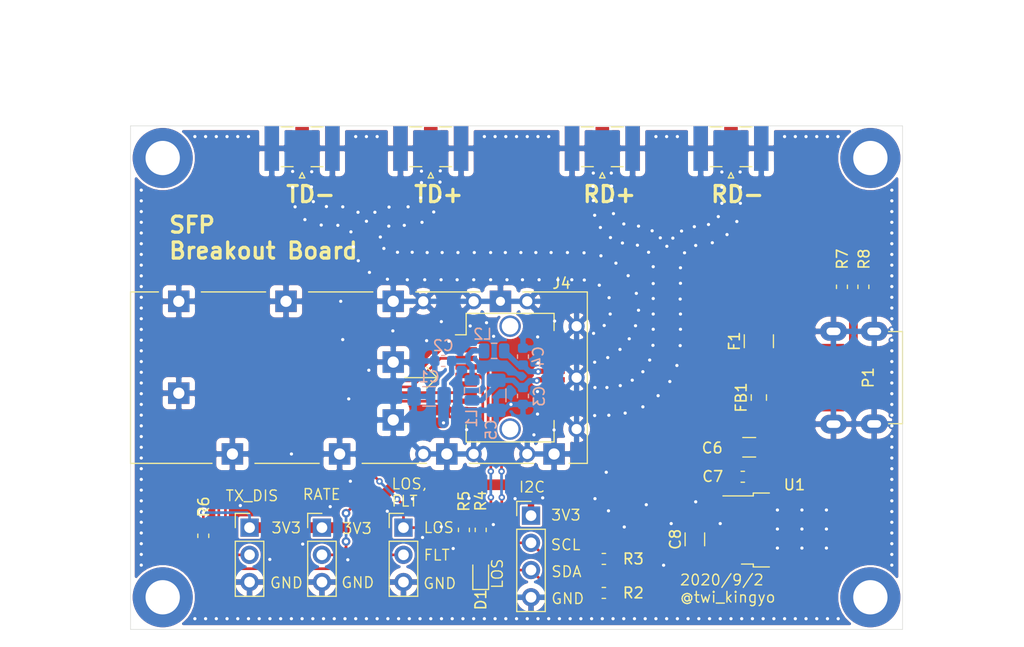
<source format=kicad_pcb>
(kicad_pcb (version 20171130) (host pcbnew "(5.1.6)-1")
  (layers (0 F.Cu signal) (31 B.Cu signal) (34 B.Paste user) (35 F.Paste user) (36 B.SilkS user) (37 F.SilkS user) (38 B.Mask user) (39 F.Mask user) (44 Edge.Cuts user))
  (net 0 "")
  (net 1 GND)
  (net 2 +3V3)
  (net 3 "Net-(C3-Pad1)")
  (net 4 "Net-(C4-Pad1)")
  (net 5 "Net-(C6-Pad1)")
  (net 6 "Net-(D1-Pad2)")
  (net 7 "Net-(D1-Pad1)")
  (net 8 "Net-(F1-Pad2)")
  (net 9 "Net-(F1-Pad1)")
  (net 10 "Net-(J1-Pad3)")
  (net 11 "Net-(J1-Pad2)")
  (net 12 "Net-(J2-Pad2)")
  (net 13 "Net-(J3-Pad2)")
  (net 14 /TD-)
  (net 15 /TD+)
  (net 16 "Net-(J4-Pad2)")
  (net 17 "Net-(J4-Pad6)")
  (net 18 /RD_P)
  (net 19 /RD_N)
  (net 20 "Net-(P1-PadB5)")
  (net 21 "Net-(P1-PadA5)")
  (module MyFootprint:USB-C_Power_only (layer F.Cu) (at 108.3 73.5 90)
    (fp_text reference P1 (at 0 0.5 90) (layer F.SilkS))
    (fp_text value USB_C_Plug_USB2.0)
    (pad A5 smd rect (at -0.5 -2.85 90) (size 0.7 2.2) (layers F.Cu F.Paste F.Mask) (net 21 "Net-(P1-PadA5)"))
    (pad B5 smd rect (at 0.5 -2.85 90) (size 0.7 2.2) (layers F.Cu F.Paste F.Mask) (net 20 "Net-(P1-PadB5)"))
    (pad A9 smd rect (at 1.51 -2.86 90) (size 0.76 2.2) (layers F.Cu F.Paste F.Mask) (net 8 "Net-(F1-Pad2)"))
    (pad A12 smd rect (at 2.75 -2.85 90) (size 0.8 2.2) (layers F.Cu F.Paste F.Mask) (net 1 GND))
    (pad B9 smd rect (at -1.5 -2.85 90) (size 0.76 2.2) (layers F.Cu F.Paste F.Mask) (net 8 "Net-(F1-Pad2)"))
    (pad B12 smd rect (at -2.75 -2.85 90) (size 0.8 2.2) (layers F.Cu F.Paste F.Mask) (net 1 GND))
    (pad 2 thru_hole oval (at 4.32 -2.74 90) (size 1.75 2.5) (drill oval 0.7 1.3) (layers *.Cu *.Mask) (net 1 GND))
    (pad 2 thru_hole oval (at -4.34 -2.74 90) (size 1.75 2.5) (drill oval 0.7 1.3) (layers *.Cu *.Mask) (net 1 GND))
    (pad 2 thru_hole oval (at -4.32 1.05 90) (size 1.75 2.5) (drill oval 0.7 1.3) (layers *.Cu *.Mask) (net 1 GND))
    (pad 2 thru_hole oval (at 4.32 1.06 90) (size 1.75 2.5) (drill oval 0.7 1.3) (layers *.Cu *.Mask) (net 1 GND))
  )
  (module Connector_Coaxial:SMA_Samtec_SMA-J-P-X-ST-EM1_EdgeMount (layer F.Cu) (at 84 52.1 180)
    (fp_text reference J5 hide)
    (fp_text value RD+)
    (pad 1 smd rect (at 0 0.2 180) (size 1.27 3.6) (layers F.Cu F.Paste F.Mask) (net 18 /RD_P))
    (pad 2 smd rect (at 2.825 0 180) (size 1.35 4.2) (layers F.Cu F.Paste F.Mask) (net 1 GND))
    (pad 2 smd rect (at -2.825 0 180) (size 1.35 4.2) (layers F.Cu F.Paste F.Mask) (net 1 GND))
    (pad 2 smd rect (at 2.825 0 180) (size 1.35 4.2) (layers B.Cu B.Paste B.Mask) (net 1 GND))
    (pad 2 smd rect (at -2.825 0 180) (size 1.35 4.2) (layers B.Cu B.Paste B.Mask) (net 1 GND))
  )
  (module Connector_Coaxial:SMA_Samtec_SMA-J-P-X-ST-EM1_EdgeMount (layer F.Cu) (at 96 52.1 180)
    (fp_text reference J6 hide)
    (fp_text value RD-)
    (pad 1 smd rect (at 0 0.2 180) (size 1.27 3.6) (layers F.Cu F.Paste F.Mask) (net 19 /RD_N))
    (pad 2 smd rect (at 2.825 0 180) (size 1.35 4.2) (layers F.Cu F.Paste F.Mask) (net 1 GND))
    (pad 2 smd rect (at -2.825 0 180) (size 1.35 4.2) (layers F.Cu F.Paste F.Mask) (net 1 GND))
    (pad 2 smd rect (at 2.825 0 180) (size 1.35 4.2) (layers B.Cu B.Paste B.Mask) (net 1 GND))
    (pad 2 smd rect (at -2.825 0 180) (size 1.35 4.2) (layers B.Cu B.Paste B.Mask) (net 1 GND))
  )
  (module Connector_Coaxial:SMA_Samtec_SMA-J-P-X-ST-EM1_EdgeMount (layer F.Cu) (at 56 52.1 180)
    (fp_text reference J8 hide)
    (fp_text value TD-)
    (pad 1 smd rect (at 0 0.2 180) (size 1.27 3.6) (layers F.Cu F.Paste F.Mask) (net 14 /TD-))
    (pad 2 smd rect (at 2.825 0 180) (size 1.35 4.2) (layers F.Cu F.Paste F.Mask) (net 1 GND))
    (pad 2 smd rect (at -2.825 0 180) (size 1.35 4.2) (layers F.Cu F.Paste F.Mask) (net 1 GND))
    (pad 2 smd rect (at 2.825 0 180) (size 1.35 4.2) (layers B.Cu B.Paste B.Mask) (net 1 GND))
    (pad 2 smd rect (at -2.825 0 180) (size 1.35 4.2) (layers B.Cu B.Paste B.Mask) (net 1 GND))
  )
  (module Connector_Coaxial:SMA_Samtec_SMA-J-P-X-ST-EM1_EdgeMount (layer F.Cu) (at 68 52.1 180)
    (fp_text reference J7 hide)
    (fp_text value TD+)
    (pad 1 smd rect (at 0 0.2 180) (size 1.27 3.6) (layers F.Cu F.Paste F.Mask) (net 15 /TD+))
    (pad 2 smd rect (at 2.825 0 180) (size 1.35 4.2) (layers F.Cu F.Paste F.Mask) (net 1 GND))
    (pad 2 smd rect (at -2.825 0 180) (size 1.35 4.2) (layers F.Cu F.Paste F.Mask) (net 1 GND))
    (pad 2 smd rect (at 2.825 0 180) (size 1.35 4.2) (layers B.Cu B.Paste B.Mask) (net 1 GND))
    (pad 2 smd rect (at -2.825 0 180) (size 1.35 4.2) (layers B.Cu B.Paste B.Mask) (net 1 GND))
  )
  (module MountingHole:MountingHole_3.2mm_M3_DIN965_Pad (layer F.Cu) (at 109 94)
    (fp_text reference "" (at 0 -3.8) (layer F.SilkS))
    (fp_text value MountingHole_3.2mm_M3_DIN965_Pad)
    (pad 1 thru_hole circle (at 0 0) (size 5.6 5.6) (drill 3.2) (layers *.Cu *.Mask))
  )
  (module MountingHole:MountingHole_3.2mm_M3_DIN965_Pad (layer F.Cu) (at 109 53)
    (fp_text reference "" (at 0 -3.8) (layer F.SilkS))
    (fp_text value MountingHole_3.2mm_M3_DIN965_Pad)
    (pad 1 thru_hole circle (at 0 0) (size 5.6 5.6) (drill 3.2) (layers *.Cu *.Mask))
  )
  (module MountingHole:MountingHole_3.2mm_M3_DIN965_Pad (layer F.Cu) (at 43 94)
    (fp_text reference "" (at 0 -3.8) (layer F.SilkS))
    (fp_text value MountingHole_3.2mm_M3_DIN965_Pad)
    (pad 1 thru_hole circle (at 0 0) (size 5.6 5.6) (drill 3.2) (layers *.Cu *.Mask))
  )
  (module MountingHole:MountingHole_3.2mm_M3_DIN965_Pad (layer F.Cu) (at 43 53)
    (fp_text reference "" (at 0 -3.8) (layer F.SilkS))
    (fp_text value MountingHole_3.2mm_M3_DIN965_Pad)
    (pad 1 thru_hole circle (at 0 0) (size 5.6 5.6) (drill 3.2) (layers *.Cu *.Mask))
  )
  (module Connector_PinHeader_2.54mm:PinHeader_1x04_P2.54mm_Vertical (layer F.Cu) (at 77.35 86.38)
    (fp_text reference J1 hide)
    (fp_text value I2C)
    (pad 4 thru_hole oval (at 0 7.62) (size 1.7 1.7) (drill 1) (layers *.Cu *.Mask) (net 1 GND))
    (pad 3 thru_hole oval (at 0 5.08) (size 1.7 1.7) (drill 1) (layers *.Cu *.Mask) (net 10 "Net-(J1-Pad3)"))
    (pad 2 thru_hole oval (at 0 2.54) (size 1.7 1.7) (drill 1) (layers *.Cu *.Mask) (net 11 "Net-(J1-Pad2)"))
    (pad 1 thru_hole rect (at 0 0) (size 1.7 1.7) (drill 1) (layers *.Cu *.Mask) (net 2 +3V3))
  )
  (module Connector:Connector_SFP_and_Cage (layer F.Cu) (at 81.6 73.5)
    (fp_text reference J4 (at -1.4 -8.8) (layer F.SilkS))
    (fp_text value SFP)
    (pad CAGE thru_hole circle (at -9.6 7.125) (size 1.5 1.5) (drill 0.95) (layers *.Cu *.Mask) (net 1 GND))
    (pad CAGE thru_hole circle (at -14.3 7.125) (size 1.5 1.5) (drill 0.95) (layers *.Cu *.Mask) (net 1 GND))
    (pad CAGE thru_hole circle (at -14.3 -7.125) (size 1.5 1.5) (drill 0.95) (layers *.Cu *.Mask) (net 1 GND))
    (pad CAGE thru_hole circle (at -9.6 -7.125) (size 1.5 1.5) (drill 0.95) (layers *.Cu *.Mask) (net 1 GND))
    (pad CAGE thru_hole circle (at -4.6 -7.125) (size 1.5 1.5) (drill 0.95) (layers *.Cu *.Mask) (net 1 GND))
    (pad CAGE thru_hole circle (at -4.6 7.125) (size 1.5 1.5) (drill 0.95) (layers *.Cu *.Mask) (net 1 GND))
    (pad CAGE thru_hole rect (at -17.1 -1.45) (size 2 2) (drill 1.05) (layers *.Cu *.Mask) (net 1 GND))
    (pad CAGE thru_hole rect (at -17.1 3.95) (size 2 2) (drill 1.05) (layers *.Cu *.Mask) (net 1 GND))
    (pad CAGE thru_hole rect (at -37.1 1.45) (size 2 2) (drill 1.05) (layers *.Cu *.Mask) (net 1 GND))
    (pad CAGE thru_hole rect (at -32.1 7.125) (size 2 2) (drill 1.05) (layers *.Cu *.Mask) (net 1 GND))
    (pad CAGE thru_hole rect (at -22.1 7.125) (size 2 2) (drill 1.05) (layers *.Cu *.Mask) (net 1 GND))
    (pad CAGE thru_hole rect (at -12.1 7.125) (size 2 2) (drill 1.05) (layers *.Cu *.Mask) (net 1 GND))
    (pad CAGE thru_hole rect (at -2.1 7.125) (size 2 2) (drill 1.05) (layers *.Cu *.Mask) (net 1 GND))
    (pad CAGE thru_hole circle (at 0 4.8) (size 1.5 1.5) (drill 0.95) (layers *.Cu *.Mask) (net 1 GND))
    (pad CAGE thru_hole circle (at 0 -4.8) (size 1.5 1.5) (drill 0.95) (layers *.Cu *.Mask) (net 1 GND))
    (pad CAGE thru_hole circle (at 0 0) (size 1.5 1.5) (drill 0.95) (layers *.Cu *.Mask) (net 1 GND))
    (pad CAGE thru_hole rect (at -37.1 -7.125) (size 2 2) (drill 1.05) (layers *.Cu *.Mask) (net 1 GND))
    (pad CAGE thru_hole rect (at -27.1 -7.125) (size 2 2) (drill 1.05) (layers *.Cu *.Mask) (net 1 GND))
    (pad CAGE thru_hole rect (at -17.1 -7.125) (size 2 2) (drill 1.05) (layers *.Cu *.Mask) (net 1 GND))
    (pad CAGE thru_hole rect (at -7.1 -7.125) (size 2 2) (drill 0.85) (layers *.Cu *.Mask) (net 1 GND))
    (pad "" thru_hole circle (at -6.2 -4.8) (size 2 2) (drill 1.55) (layers *.Cu *.Mask))
    (pad "" thru_hole circle (at -6.2 4.8) (size 2 2) (drill 1.55) (layers *.Cu *.Mask))
    (pad 20 smd rect (at -2.1 -3.8) (size 2 0.5) (layers F.Cu F.Paste F.Mask) (net 1 GND))
    (pad 19 smd rect (at -2.1 -3) (size 2 0.5) (layers F.Cu F.Paste F.Mask) (net 14 /TD-))
    (pad 18 smd rect (at -2.1 -2.2) (size 2 0.5) (layers F.Cu F.Paste F.Mask) (net 15 /TD+))
    (pad 17 smd rect (at -2.1 -1.4) (size 2 0.5) (layers F.Cu F.Paste F.Mask) (net 1 GND))
    (pad 16 smd rect (at -2.1 -0.6) (size 2 0.5) (layers F.Cu F.Paste F.Mask) (net 4 "Net-(C4-Pad1)"))
    (pad 15 smd rect (at -2.1 0.2) (size 2 0.5) (layers F.Cu F.Paste F.Mask) (net 3 "Net-(C3-Pad1)"))
    (pad 14 smd rect (at -2.1 1) (size 2 0.5) (layers F.Cu F.Paste F.Mask) (net 1 GND))
    (pad 13 smd rect (at -2.1 1.8) (size 2 0.5) (layers F.Cu F.Paste F.Mask) (net 18 /RD_P))
    (pad 12 smd rect (at -2.1 2.6) (size 2 0.5) (layers F.Cu F.Paste F.Mask) (net 19 /RD_N))
    (pad 11 smd rect (at -2.1 3.4) (size 2 0.5) (layers F.Cu F.Paste F.Mask) (net 1 GND))
    (pad 10 smd rect (at -10.3 3.8) (size 2 0.5) (layers F.Cu F.Paste F.Mask) (net 1 GND))
    (pad 9 smd rect (at -10.3 3) (size 2 0.5) (layers F.Cu F.Paste F.Mask) (net 1 GND))
    (pad 8 smd rect (at -10.3 2.2) (size 2 0.5) (layers F.Cu F.Paste F.Mask) (net 7 "Net-(D1-Pad1)"))
    (pad 7 smd rect (at -10.3 1.4) (size 2 0.5) (layers F.Cu F.Paste F.Mask) (net 12 "Net-(J2-Pad2)"))
    (pad 6 smd rect (at -10.3 0.6) (size 2 0.5) (layers F.Cu F.Paste F.Mask) (net 17 "Net-(J4-Pad6)"))
    (pad 5 smd rect (at -10.3 -0.2) (size 2 0.5) (layers F.Cu F.Paste F.Mask) (net 10 "Net-(J1-Pad3)"))
    (pad 4 smd rect (at -10.3 -1) (size 2 0.5) (layers F.Cu F.Paste F.Mask) (net 11 "Net-(J1-Pad2)"))
    (pad 3 smd rect (at -10.3 -1.8) (size 2 0.5) (layers F.Cu F.Paste F.Mask) (net 13 "Net-(J3-Pad2)"))
    (pad 2 smd rect (at -10.3 -2.6) (size 2 0.5) (layers F.Cu F.Paste F.Mask) (net 16 "Net-(J4-Pad2)"))
    (pad 1 smd rect (at -10.3 -3.4) (size 2 0.5) (layers F.Cu F.Paste F.Mask) (net 1 GND))
  )
  (module Package_TO_SOT_SMD:TO-252-2 (layer F.Cu) (at 100.55 87.72)
    (fp_text reference U1 (at 1.37098 -4.21896) (layer F.SilkS))
    (fp_text value NJM2845DL1-33)
    (pad 2 smd rect (at 2.1 0) (size 6.4 5.8) (layers F.Cu F.Mask) (net 1 GND))
    (pad 3 smd rect (at -4.2 2.28) (size 2.2 1.2) (layers F.Cu F.Paste F.Mask) (net 2 +3V3))
    (pad 1 smd rect (at -4.2 -2.28) (size 2.2 1.2) (layers F.Cu F.Paste F.Mask) (net 5 "Net-(C6-Pad1)"))
  )
  (module Resistor_SMD:R_0603_1608Metric (layer F.Cu) (at 108.35 65.0215 90)
    (fp_text reference R8 (at 2.58956 0.05814 90) (layer F.SilkS))
    (fp_text value 5.1k)
    (pad 2 smd roundrect (at 0.7875 0 90) (size 0.875 0.95) (layers F.Cu F.Paste F.Mask) (net 1 GND))
    (pad 1 smd roundrect (at -0.7875 0 90) (size 0.875 0.95) (layers F.Cu F.Paste F.Mask) (net 21 "Net-(P1-PadA5)"))
  )
  (module Resistor_SMD:R_0603_1608Metric (layer F.Cu) (at 106.35 65.0215 90)
    (fp_text reference R7 (at 2.58956 0.03376 90) (layer F.SilkS))
    (fp_text value 5.1k)
    (pad 2 smd roundrect (at 0.7875 0 90) (size 0.875 0.95) (layers F.Cu F.Paste F.Mask) (net 1 GND))
    (pad 1 smd roundrect (at -0.7875 0 90) (size 0.875 0.95) (layers F.Cu F.Paste F.Mask) (net 20 "Net-(P1-PadB5)"))
  )
  (module Resistor_SMD:R_0603_1608Metric (layer F.Cu) (at 46.7852 88.2611 270)
    (fp_text reference R6 (at -2.7041 -0.0348 90) (layer F.SilkS))
    (fp_text value 4.7k)
    (pad 2 smd roundrect (at 0.7875 0 270) (size 0.875 0.95) (layers F.Cu F.Paste F.Mask) (net 16 "Net-(J4-Pad2)"))
    (pad 1 smd roundrect (at -0.7875 0 270) (size 0.875 0.95) (layers F.Cu F.Paste F.Mask) (net 2 +3V3))
  )
  (module Resistor_SMD:R_0603_1608Metric (layer F.Cu) (at 71.093 87.7125 270)
    (fp_text reference R5 (at -2.6773 0 90) (layer F.SilkS))
    (fp_text value 4.7k)
    (pad 2 smd roundrect (at 0.7875 0 270) (size 0.875 0.95) (layers F.Cu F.Paste F.Mask) (net 7 "Net-(D1-Pad1)"))
    (pad 1 smd roundrect (at -0.7875 0 270) (size 0.875 0.95) (layers F.Cu F.Paste F.Mask) (net 2 +3V3))
  )
  (module Resistor_SMD:R_0603_1608Metric (layer F.Cu) (at 72.6574 87.7125 270)
    (fp_text reference R4 (at -2.7125 0 90) (layer F.SilkS))
    (fp_text value 1k)
    (pad 2 smd roundrect (at 0.7875 0 270) (size 0.875 0.95) (layers F.Cu F.Paste F.Mask) (net 6 "Net-(D1-Pad2)"))
    (pad 1 smd roundrect (at -0.7875 0 270) (size 0.875 0.95) (layers F.Cu F.Paste F.Mask) (net 2 +3V3))
  )
  (module Resistor_SMD:R_0603_1608Metric (layer F.Cu) (at 84.144 90.42 180)
    (fp_text reference R3 (at -2.75 0) (layer F.SilkS))
    (fp_text value 4.7k)
    (pad 2 smd roundrect (at 0.7875 0 180) (size 0.875 0.95) (layers F.Cu F.Paste F.Mask) (net 11 "Net-(J1-Pad2)"))
    (pad 1 smd roundrect (at -0.7875 0 180) (size 0.875 0.95) (layers F.Cu F.Paste F.Mask) (net 2 +3V3))
  )
  (module Resistor_SMD:R_0603_1608Metric (layer F.Cu) (at 84.144 93.595 180)
    (fp_text reference R2 (at -2.75 0) (layer F.SilkS))
    (fp_text value 4.7k)
    (pad 2 smd roundrect (at 0.7875 0 180) (size 0.875 0.95) (layers F.Cu F.Paste F.Mask) (net 10 "Net-(J1-Pad3)"))
    (pad 1 smd roundrect (at -0.7875 0 180) (size 0.875 0.95) (layers F.Cu F.Paste F.Mask) (net 2 +3V3))
  )
  (module Inductor_SMD:L_0805_2012Metric (layer B.Cu) (at 73.9125 71)
    (fp_text reference L2 (at -1.078 -1.5564 180) (layer B.SilkS) (effects (justify mirror)))
    (fp_text value BLM21PG331SN)
    (pad 2 smd roundrect (at 0.9375 0) (size 0.975 1.4) (layers B.Cu B.Paste B.Mask) (net 4 "Net-(C4-Pad1)"))
    (pad 1 smd roundrect (at -0.9375 0) (size 0.975 1.4) (layers B.Cu B.Paste B.Mask) (net 2 +3V3))
  )
  (module Inductor_SMD:L_0805_2012Metric (layer B.Cu) (at 71.85 74.6875 270)
    (fp_text reference L1 (at 2.6047 0.0442 90) (layer B.SilkS) (effects (justify mirror)))
    (fp_text value BLM21PG331SN)
    (pad 2 smd roundrect (at 0.9375 0 270) (size 0.975 1.4) (layers B.Cu B.Paste B.Mask) (net 3 "Net-(C3-Pad1)"))
    (pad 1 smd roundrect (at -0.9375 0 270) (size 0.975 1.4) (layers B.Cu B.Paste B.Mask) (net 2 +3V3))
  )
  (module Connector_PinHeader_2.54mm:PinHeader_1x03_P2.54mm_Vertical (layer F.Cu) (at 65.4542 87.499)
    (fp_text reference J9 hide)
    (fp_text value LOS_FAULT)
    (pad 3 thru_hole oval (at 0 5.08) (size 1.7 1.7) (drill 1) (layers *.Cu *.Mask) (net 1 GND))
    (pad 2 thru_hole oval (at 0 2.54) (size 1.7 1.7) (drill 1) (layers *.Cu *.Mask) (net 16 "Net-(J4-Pad2)"))
    (pad 1 thru_hole rect (at 0 0) (size 1.7 1.7) (drill 1) (layers *.Cu *.Mask) (net 7 "Net-(D1-Pad1)"))
  )
  (module Connector_PinHeader_2.54mm:PinHeader_1x03_P2.54mm_Vertical (layer F.Cu) (at 51.1 87.5)
    (fp_text reference J3 hide)
    (fp_text value TX_DIS)
    (pad 3 thru_hole oval (at 0 5.08) (size 1.7 1.7) (drill 1) (layers *.Cu *.Mask) (net 1 GND))
    (pad 2 thru_hole oval (at 0 2.54) (size 1.7 1.7) (drill 1) (layers *.Cu *.Mask) (net 13 "Net-(J3-Pad2)"))
    (pad 1 thru_hole rect (at 0 0) (size 1.7 1.7) (drill 1) (layers *.Cu *.Mask) (net 2 +3V3))
  )
  (module Connector_PinHeader_2.54mm:PinHeader_1x03_P2.54mm_Vertical (layer F.Cu) (at 57.85 87.5)
    (fp_text reference J2 hide)
    (fp_text value RATE)
    (pad 3 thru_hole oval (at 0 5.08) (size 1.7 1.7) (drill 1) (layers *.Cu *.Mask) (net 1 GND))
    (pad 2 thru_hole oval (at 0 2.54) (size 1.7 1.7) (drill 1) (layers *.Cu *.Mask) (net 12 "Net-(J2-Pad2)"))
    (pad 1 thru_hole rect (at 0 0) (size 1.7 1.7) (drill 1) (layers *.Cu *.Mask) (net 2 +3V3))
  )
  (module Inductor_SMD:L_0805_2012Metric (layer F.Cu) (at 98.6 75.3555 90)
    (fp_text reference FB1 (at 0 -1.65 90) (layer F.SilkS))
    (fp_text value BLM21PG331SN)
    (pad 2 smd roundrect (at 0.9375 0 90) (size 0.975 1.4) (layers F.Cu F.Paste F.Mask) (net 9 "Net-(F1-Pad1)"))
    (pad 1 smd roundrect (at -0.9375 0 90) (size 0.975 1.4) (layers F.Cu F.Paste F.Mask) (net 5 "Net-(C6-Pad1)"))
  )
  (module Fuse:Fuse_1210_3225Metric (layer F.Cu) (at 98.6 70.1 90)
    (fp_text reference F1 (at 0 -2.28 90) (layer F.SilkS))
    (fp_text value MF-NSMF050-2)
    (pad 2 smd roundrect (at 1.4 0 90) (size 1.25 2.65) (layers F.Cu F.Paste F.Mask) (roundrect_rratio 0.2) (net 8 "Net-(F1-Pad2)"))
    (pad 1 smd roundrect (at -1.4 0 90) (size 1.25 2.65) (layers F.Cu F.Paste F.Mask) (roundrect_rratio 0.2) (net 9 "Net-(F1-Pad1)"))
  )
  (module LED_SMD:LED_0603_1608Metric (layer F.Cu) (at 72.6574 91.7875 90)
    (fp_text reference D1 (at -2.4425 0.0104 90) (layer F.SilkS))
    (fp_text value OSYG1608C1A hide)
    (pad 2 smd roundrect (at 0.7875 0 90) (size 0.875 0.95) (layers F.Cu F.Paste F.Mask) (net 6 "Net-(D1-Pad2)"))
    (pad 1 smd roundrect (at -0.7875 0 90) (size 0.875 0.95) (layers F.Cu F.Paste F.Mask) (net 7 "Net-(D1-Pad1)"))
  )
  (module Capacitor_SMD:C_1206_3216Metric (layer F.Cu) (at 92.6322 88.5912 90)
    (fp_text reference C8 (at 0 -1.82 90) (layer F.SilkS))
    (fp_text value GRM319B31C106KE15D)
    (pad 2 smd roundrect (at 1.4 0 90) (size 1.25 1.75) (layers F.Cu F.Paste F.Mask) (roundrect_rratio 0.2) (net 1 GND))
    (pad 1 smd roundrect (at -1.4 0 90) (size 1.25 1.75) (layers F.Cu F.Paste F.Mask) (roundrect_rratio 0.2) (net 2 +3V3))
  )
  (module Capacitor_SMD:C_0603_1608Metric (layer F.Cu) (at 97.1 82.75)
    (fp_text reference C7 (at -2.79902 -0.02366) (layer F.SilkS))
    (fp_text value 100n)
    (pad 2 smd roundrect (at 0.7875 0) (size 0.875 0.95) (layers F.Cu F.Paste F.Mask) (net 1 GND))
    (pad 1 smd roundrect (at -0.7875 0) (size 0.875 0.95) (layers F.Cu F.Paste F.Mask) (net 5 "Net-(C6-Pad1)"))
  )
  (module Capacitor_SMD:C_1206_3216Metric (layer F.Cu) (at 97.7 80)
    (fp_text reference C6 (at -3.44474 0.06442) (layer F.SilkS))
    (fp_text value GRM31CB31E226KE15)
    (pad 2 smd roundrect (at 1.4 0) (size 1.25 1.75) (layers F.Cu F.Paste F.Mask) (roundrect_rratio 0.2) (net 1 GND))
    (pad 1 smd roundrect (at -1.4 0) (size 1.25 1.75) (layers F.Cu F.Paste F.Mask) (roundrect_rratio 0.2) (net 5 "Net-(C6-Pad1)"))
  )
  (module Capacitor_SMD:C_1206_3216Metric (layer B.Cu) (at 74.1 75.15 270)
    (fp_text reference C5 (at 3.209 0.4654 270) (layer B.SilkS) (effects (justify mirror)))
    (fp_text value GRM319B31C106KE15D)
    (pad 2 smd roundrect (at 1.4 0 270) (size 1.25 1.75) (layers B.Cu B.Paste B.Mask) (roundrect_rratio 0.2) (net 1 GND))
    (pad 1 smd roundrect (at -1.4 0 270) (size 1.25 1.75) (layers B.Cu B.Paste B.Mask) (roundrect_rratio 0.2) (net 3 "Net-(C3-Pad1)"))
  )
  (module Capacitor_SMD:C_0603_1608Metric (layer B.Cu) (at 76.6 71.5375 90)
    (fp_text reference C4 (at 0 1.43 90) (layer B.SilkS) (effects (justify mirror)))
    (fp_text value 100n)
    (pad 2 smd roundrect (at 0.7875 0 90) (size 0.875 0.95) (layers B.Cu B.Paste B.Mask) (net 1 GND))
    (pad 1 smd roundrect (at -0.7875 0 90) (size 0.875 0.95) (layers B.Cu B.Paste B.Mask) (net 4 "Net-(C4-Pad1)"))
  )
  (module Capacitor_SMD:C_0603_1608Metric (layer B.Cu) (at 76.6 75.2125 270)
    (fp_text reference C3 (at 0.0223 -1.5177 90) (layer B.SilkS) (effects (justify mirror)))
    (fp_text value 100n)
    (pad 2 smd roundrect (at 0.7875 0 270) (size 0.875 0.95) (layers B.Cu B.Paste B.Mask) (net 1 GND))
    (pad 1 smd roundrect (at -0.7875 0 270) (size 0.875 0.95) (layers B.Cu B.Paste B.Mask) (net 3 "Net-(C3-Pad1)"))
  )
  (module Capacitor_SMD:C_0603_1608Metric (layer B.Cu) (at 69.1625 71.9415 180)
    (fp_text reference C2 (at 0 1.43) (layer B.SilkS) (effects (justify mirror)))
    (fp_text value 100n)
    (pad 2 smd roundrect (at 0.7875 0 180) (size 0.875 0.95) (layers B.Cu B.Paste B.Mask) (net 1 GND))
    (pad 1 smd roundrect (at -0.7875 0 180) (size 0.875 0.95) (layers B.Cu B.Paste B.Mask) (net 2 +3V3))
  )
  (module Capacitor_SMD:C_1206_3216Metric (layer B.Cu) (at 67.85 75.25 180)
    (fp_text reference C1 (at 0 1.82) (layer B.SilkS) (effects (justify mirror)))
    (fp_text value GRM319B31C106KE15D)
    (pad 2 smd roundrect (at 1.4 0 180) (size 1.25 1.75) (layers B.Cu B.Paste B.Mask) (roundrect_rratio 0.2) (net 1 GND))
    (pad 1 smd roundrect (at -1.4 0 180) (size 1.25 1.75) (layers B.Cu B.Paste B.Mask) (roundrect_rratio 0.2) (net 2 +3V3))
  )
  (gr_text "RD-\n" (at 93.98 56.388) (layer F.SilkS) (effects (font (size 1.5 1.5) (thickness 0.3)) (justify left)))
  (gr_text RD+ (at 82.042 56.388) (layer F.SilkS) (effects (font (size 1.5 1.5) (thickness 0.3)) (justify left)))
  (gr_line (start 112 97) (end 40 97) (layer Edge.Cuts) (width 0.05))
  (gr_text TD- (at 54.356 56.388) (layer F.SilkS) (effects (font (size 1.5 1.5) (thickness 0.3)) (justify left)))
  (gr_text "SFP\nBreakout Board" (at 43.434 60.452) (layer F.SilkS) (effects (font (size 1.5 1.5) (thickness 0.3)) (justify left)))
  (gr_text "2020/9/2\n@twi_kingyo" (at 91.159 93.1886) (layer F.SilkS) (effects (font (size 1 1) (thickness 0.125)) (justify left)))
  (gr_text LOS (at 74.20958 93.2902 90) (layer F.SilkS) (effects (font (size 1 1) (thickness 0.125)) (justify left)))
  (gr_text "GND\n" (at 79.1702 94.12586) (layer F.SilkS) (effects (font (size 1 1) (thickness 0.125)) (justify left)))
  (gr_text "SCL\n" (at 79.1194 89.0992) (layer F.SilkS) (effects (font (size 1 1) (thickness 0.125)) (justify left)))
  (gr_text SDA (at 79.1702 91.6138) (layer F.SilkS) (effects (font (size 1 1) (thickness 0.125)) (justify left)))
  (gr_text 3V3 (at 79.1448 86.3306) (layer F.SilkS) (effects (font (size 1 1) (thickness 0.125)) (justify left)))
  (gr_text GND (at 67.2322 92.706) (layer F.SilkS) (effects (font (size 1 1) (thickness 0.125)) (justify left)))
  (gr_text LOS (at 67.2576 87.499) (layer F.SilkS) (effects (font (size 1 1) (thickness 0.125)) (justify left)))
  (gr_text FLT (at 67.2576 90.0644) (layer F.SilkS) (effects (font (size 1 1) (thickness 0.125)) (justify left)))
  (gr_text 3V3 (at 59.663 87.5752) (layer F.SilkS) (effects (font (size 1 1) (thickness 0.125)) (justify left)))
  (gr_text 3V3 (at 53.059 87.5244) (layer F.SilkS) (effects (font (size 1 1) (thickness 0.125)) (justify left)))
  (gr_text GND (at 59.5868 92.6298) (layer F.SilkS) (effects (font (size 1 1) (thickness 0.125)) (justify left)))
  (gr_text GND (at 52.932 92.6552) (layer F.SilkS) (effects (font (size 1 1) (thickness 0.125)) (justify left)))
  (gr_text "I2C\n" (at 76.1476 83.7144) (layer F.SilkS) (effects (font (size 1 1) (thickness 0.125)) (justify left)))
  (gr_text "LOS, \nFLT" (at 64.262 84.2224) (layer F.SilkS) (effects (font (size 1 1) (thickness 0.125)) (justify left)))
  (gr_text RATE (at 55.98 84.4002) (layer F.SilkS) (effects (font (size 1 1) (thickness 0.125)) (justify left)))
  (gr_text TX_DIS (at 48.7918 84.5272) (layer F.SilkS) (effects (font (size 1 1) (thickness 0.125)) (justify left)))
  (gr_text "TD+\n" (at 66.294 56.388) (layer F.SilkS) (effects (font (size 1.5 1.5) (thickness 0.3)) (justify left)))
  (gr_line (start 40 97) (end 40 50) (layer Edge.Cuts) (width 0.05))
  (gr_line (start 112 50) (end 112 97) (layer Edge.Cuts) (width 0.05))
  (gr_line (start 40 50) (end 112 50) (layer Edge.Cuts) (width 0.05))
  (via (at 104.902 89.408) (size 0.6) (drill 0.3) (layers F.Cu B.Cu) (net 1))
  (via (at 102.616 89.408) (size 0.6) (drill 0.3) (layers F.Cu B.Cu) (net 1))
  (via (at 100.33 89.408) (size 0.6) (drill 0.3) (layers F.Cu B.Cu) (net 1))
  (via (at 104.902 87.63) (size 0.6) (drill 0.3) (layers F.Cu B.Cu) (net 1))
  (via (at 102.616 87.63) (size 0.6) (drill 0.3) (layers F.Cu B.Cu) (net 1))
  (via (at 100.33 87.63) (size 0.6) (drill 0.3) (layers F.Cu B.Cu) (net 1))
  (via (at 104.902 85.852) (size 0.6) (drill 0.3) (layers F.Cu B.Cu) (net 1))
  (via (at 102.616 85.852) (size 0.6) (drill 0.3) (layers F.Cu B.Cu) (net 1))
  (via (at 100.33 85.852) (size 0.6) (drill 0.3) (layers F.Cu B.Cu) (net 1))
  (segment (start 74.1 76.55) (end 73.8 76.55) (width 1) (layer B.Cu) (net 1))
  (segment (start 74.1 76.55) (end 74.8 76.55) (width 0.5) (layer B.Cu) (net 1))
  (segment (start 75.35 76) (end 75.48 76) (width 0.5) (layer B.Cu) (net 1))
  (segment (start 74.8 76.55) (end 75.35 76) (width 0.5) (layer B.Cu) (net 1))
  (segment (start 79.5 76.9) (end 80.2 76.9) (width 0.5) (layer F.Cu) (net 1))
  (segment (start 71.3 76.5) (end 71.3 77.3) (width 0.5) (layer F.Cu) (net 1))
  (segment (start 79.5 69.7) (end 77.97 69.7) (width 0.5) (layer F.Cu) (net 1))
  (via (at 77.97 69.7) (size 0.6) (drill 0.3) (layers F.Cu B.Cu) (net 1))
  (via (at 78.0145 72.132) (size 0.6) (drill 0.3) (layers F.Cu B.Cu) (net 1))
  (segment (start 79.5 72.1) (end 78.0465 72.1) (width 0.5) (layer F.Cu) (net 1))
  (segment (start 78.0465 72.1) (end 78.0145 72.132) (width 0.5) (layer F.Cu) (net 1))
  (segment (start 77.3215 76) (end 76.6 76) (width 0.5) (layer B.Cu) (net 1))
  (segment (start 79.5 76.9) (end 77.9565 76.9) (width 0.5) (layer F.Cu) (net 1))
  (via (at 77.9565 76.9) (size 0.6) (drill 0.3) (layers F.Cu B.Cu) (net 1))
  (segment (start 77.9565 76.9) (end 77.9565 76.392) (width 0.5) (layer B.Cu) (net 1))
  (segment (start 77.5645 76) (end 77.3215 76) (width 0.5) (layer B.Cu) (net 1))
  (segment (start 77.9565 76.392) (end 77.5645 76) (width 0.5) (layer B.Cu) (net 1))
  (segment (start 77.97 69.7) (end 77.97 70.335) (width 0.5) (layer B.Cu) (net 1))
  (segment (start 77.555 70.75) (end 76.6 70.75) (width 0.5) (layer B.Cu) (net 1))
  (segment (start 77.97 70.335) (end 77.555 70.75) (width 0.5) (layer B.Cu) (net 1))
  (segment (start 78.0145 71.2095) (end 77.555 70.75) (width 0.5) (layer B.Cu) (net 1))
  (segment (start 78.0145 72.132) (end 78.0145 71.2095) (width 0.5) (layer B.Cu) (net 1))
  (segment (start 79.5 74.5) (end 78.1865 74.5) (width 0.5) (layer F.Cu) (net 1))
  (via (at 77.951 74.799) (size 0.6) (drill 0.3) (layers F.Cu B.Cu) (net 1))
  (segment (start 78.1865 74.5) (end 77.951 74.7355) (width 0.5) (layer F.Cu) (net 1))
  (segment (start 77.951 74.7355) (end 77.951 74.799) (width 0.5) (layer F.Cu) (net 1))
  (segment (start 77.951 75.6135) (end 77.5645 76) (width 0.5) (layer B.Cu) (net 1))
  (segment (start 77.951 74.799) (end 77.951 75.6135) (width 0.5) (layer B.Cu) (net 1))
  (segment (start 71.3 70.1) (end 69.696 70.1) (width 0.5) (layer F.Cu) (net 1))
  (via (at 69.696 70.1) (size 0.6) (drill 0.3) (layers F.Cu B.Cu) (net 1))
  (via (at 71.347 78.355) (size 0.6) (drill 0.3) (layers F.Cu B.Cu) (net 1))
  (segment (start 71.3 77.3) (end 71.3 78.308) (width 0.5) (layer F.Cu) (net 1))
  (segment (start 71.3 78.308) (end 71.347 78.355) (width 0.5) (layer F.Cu) (net 1))
  (segment (start 74.1 77.634) (end 74.1 76.55) (width 0.5) (layer B.Cu) (net 1))
  (segment (start 73.379 78.355) (end 74.1 77.634) (width 0.5) (layer B.Cu) (net 1))
  (segment (start 74.5 66.375) (end 77 66.375) (width 0.5) (layer B.Cu) (net 1))
  (segment (start 74.5 66.375) (end 72 66.375) (width 0.5) (layer B.Cu) (net 1))
  (segment (start 67.3 66.375) (end 64.5 66.375) (width 0.5) (layer B.Cu) (net 1))
  (segment (start 69.696 66.417) (end 69.654 66.375) (width 0.5) (layer B.Cu) (net 1))
  (segment (start 72 66.375) (end 69.654 66.375) (width 0.5) (layer B.Cu) (net 1))
  (segment (start 69.696 70.1) (end 69.696 66.417) (width 0.5) (layer B.Cu) (net 1))
  (segment (start 69.654 66.375) (end 67.3 66.375) (width 0.5) (layer B.Cu) (net 1))
  (segment (start 68.375 71.9415) (end 68.375 70.659) (width 0.5) (layer B.Cu) (net 1))
  (segment (start 68.934 70.1) (end 69.696 70.1) (width 0.5) (layer B.Cu) (net 1))
  (segment (start 68.375 70.659) (end 68.934 70.1) (width 0.5) (layer B.Cu) (net 1))
  (segment (start 68.375 71.9415) (end 67.0925 71.9415) (width 0.5) (layer B.Cu) (net 1))
  (segment (start 66.45 72.584) (end 66.45 75.25) (width 0.5) (layer B.Cu) (net 1))
  (segment (start 67.0925 71.9415) (end 66.45 72.584) (width 0.5) (layer B.Cu) (net 1))
  (segment (start 65.916 72.05) (end 66.45 72.584) (width 0.5) (layer B.Cu) (net 1))
  (segment (start 64.5 72.05) (end 65.916 72.05) (width 0.5) (layer B.Cu) (net 1))
  (segment (start 64.5 77.45) (end 65.521 77.45) (width 0.5) (layer B.Cu) (net 1))
  (segment (start 66.45 76.521) (end 66.45 75.25) (width 0.5) (layer B.Cu) (net 1))
  (segment (start 65.521 77.45) (end 66.45 76.521) (width 0.5) (layer B.Cu) (net 1))
  (segment (start 64.5 66.375) (end 59.6034 66.375) (width 0.5) (layer B.Cu) (net 1))
  (segment (start 54.5 66.375) (end 49.6466 66.375) (width 0.5) (layer B.Cu) (net 1))
  (segment (start 59.5 80.625) (end 55.0054 80.625) (width 0.5) (layer B.Cu) (net 1))
  (segment (start 77 78.42) (end 77 80.625) (width 0.5) (layer B.Cu) (net 1))
  (segment (start 76.88 78.3) (end 77 78.42) (width 0.5) (layer B.Cu) (net 1))
  (segment (start 77 80.625) (end 79.5 80.625) (width 0.5) (layer B.Cu) (net 1))
  (segment (start 64.5 77.45) (end 60.695 77.45) (width 0.5) (layer B.Cu) (net 1))
  (segment (start 59.5 78.645) (end 59.5 80.625) (width 0.5) (layer B.Cu) (net 1))
  (segment (start 60.695 77.45) (end 59.5 78.645) (width 0.5) (layer B.Cu) (net 1))
  (segment (start 67.3 80.625) (end 69.5 80.625) (width 0.5) (layer B.Cu) (net 1))
  (segment (start 69.5 80.625) (end 72 80.625) (width 0.5) (layer B.Cu) (net 1))
  (segment (start 72 78.5) (end 71.855 78.355) (width 0.5) (layer B.Cu) (net 1))
  (segment (start 72 80.625) (end 72 78.5) (width 0.5) (layer B.Cu) (net 1))
  (segment (start 71.347 78.355) (end 71.855 78.355) (width 0.5) (layer B.Cu) (net 1))
  (segment (start 71.855 78.355) (end 73.379 78.355) (width 0.5) (layer B.Cu) (net 1))
  (segment (start 81.6 68.7) (end 81.6 73.5) (width 0.5) (layer B.Cu) (net 1))
  (segment (start 81.6 73.5) (end 81.6 78.3) (width 0.5) (layer B.Cu) (net 1))
  (segment (start 81.6 78.3) (end 81.6 80.1924) (width 0.5) (layer B.Cu) (net 1))
  (segment (start 81.1674 80.625) (end 79.5 80.625) (width 0.5) (layer B.Cu) (net 1))
  (segment (start 81.6 80.1924) (end 81.1674 80.625) (width 0.5) (layer B.Cu) (net 1))
  (segment (start 77 66.375) (end 80.8046 66.375) (width 0.5) (layer B.Cu) (net 1))
  (segment (start 81.6 67.1704) (end 81.6 68.7) (width 0.5) (layer B.Cu) (net 1))
  (segment (start 80.8046 66.375) (end 81.6 67.1704) (width 0.5) (layer B.Cu) (net 1))
  (via (at 86.04852 87.43804) (size 0.6) (drill 0.3) (layers F.Cu B.Cu) (net 1))
  (via (at 60.3488 75.4848) (size 0.6) (drill 0.3) (layers F.Cu B.Cu) (net 1))
  (segment (start 55.0054 80.625) (end 49.5 80.625) (width 0.5) (layer B.Cu) (net 1))
  (via (at 55.0054 80.625) (size 0.6) (drill 0.3) (layers F.Cu B.Cu) (net 1))
  (via (at 50.2396 85.4416) (size 0.6) (drill 0.3) (layers F.Cu B.Cu) (net 1))
  (via (at 58.6216 85.5432) (size 0.6) (drill 0.3) (layers F.Cu B.Cu) (net 1))
  (via (at 59.79 69.9476) (size 0.6) (drill 0.3) (layers F.Cu B.Cu) (net 1))
  (segment (start 49.6466 66.375) (end 44.5 66.375) (width 0.5) (layer B.Cu) (net 1))
  (segment (start 59.6034 66.375) (end 54.5 66.375) (width 0.5) (layer B.Cu) (net 1))
  (via (at 59.6034 66.375) (size 0.6) (drill 0.3) (layers F.Cu B.Cu) (net 1))
  (via (at 84.36704 82.33264) (size 0.6) (drill 0.3) (layers F.Cu B.Cu) (net 1))
  (via (at 77.6208 78.8376) (size 0.6) (drill 0.3) (layers F.Cu B.Cu) (net 1))
  (via (at 79.5004 78.3804) (size 0.6) (drill 0.3) (layers F.Cu B.Cu) (net 1))
  (via (at 79.5512 68.2204) (size 0.6) (drill 0.3) (layers F.Cu B.Cu) (net 1))
  (via (at 73.8616 69.6428) (size 0.6) (drill 0.3) (layers F.Cu B.Cu) (net 1))
  (via (at 73.2012 68.3728) (size 0.6) (drill 0.3) (layers F.Cu B.Cu) (net 1))
  (via (at 71.6772 68.6776) (size 0.6) (drill 0.3) (layers F.Cu B.Cu) (net 1))
  (via (at 68.9848 68.2712) (size 0.6) (drill 0.3) (layers F.Cu B.Cu) (net 1))
  (via (at 67.6132 70.0492) (size 0.6) (drill 0.3) (layers F.Cu B.Cu) (net 1))
  (via (at 64.4636 69.1348) (size 0.6) (drill 0.3) (layers F.Cu B.Cu) (net 1))
  (segment (start 75.48 76) (end 76.6 76) (width 0.5) (layer B.Cu) (net 1))
  (via (at 75.48 76) (size 0.6) (drill 0.3) (layers F.Cu B.Cu) (net 1))
  (segment (start 106.35 64.234) (end 108.35 64.234) (width 0.6) (layer F.Cu) (net 1))
  (via (at 73.8362 87.21452) (size 0.6) (drill 0.3) (layers F.Cu B.Cu) (net 1))
  (via (at 71.56544 84.76088) (size 0.6) (drill 0.3) (layers F.Cu B.Cu) (net 1))
  (via (at 84.57532 85.92928) (size 0.6) (drill 0.3) (layers F.Cu B.Cu) (net 1))
  (via (at 83.31548 84.79644) (size 0.6) (drill 0.3) (layers F.Cu B.Cu) (net 1))
  (via (at 78.43868 84.72024) (size 0.6) (drill 0.3) (layers F.Cu B.Cu) (net 1))
  (via (at 75.86312 84.79644) (size 0.6) (drill 0.3) (layers F.Cu B.Cu) (net 1))
  (via (at 70.09224 89.44972) (size 0.6) (drill 0.3) (layers F.Cu B.Cu) (net 1))
  (via (at 88.10084 85.36032) (size 0.6) (drill 0.3) (layers F.Cu B.Cu) (net 1))
  (via (at 89.71628 91.00928) (size 0.6) (drill 0.3) (layers F.Cu B.Cu) (net 1))
  (via (at 62.22332 72.80764) (size 0.6) (drill 0.3) (layers F.Cu B.Cu) (net 1))
  (via (at 66.29748 84.81168) (size 0.6) (drill 0.3) (layers F.Cu B.Cu) (net 1))
  (via (at 63.94544 85.96992) (size 0.6) (drill 0.3) (layers F.Cu B.Cu) (net 1))
  (via (at 60.26244 90.50128) (size 0.6) (drill 0.3) (layers F.Cu B.Cu) (net 1))
  (via (at 60.5012 83.17084) (size 0.6) (drill 0.3) (layers F.Cu B.Cu) (net 1))
  (via (at 67.2322 88.41848) (size 0.6) (drill 0.3) (layers F.Cu B.Cu) (net 1))
  (via (at 68.97972 87.42788) (size 0.6) (drill 0.3) (layers F.Cu B.Cu) (net 1))
  (via (at 56.0562 89.03824) (size 0.6) (drill 0.3) (layers F.Cu B.Cu) (net 1))
  (via (at 52.98788 90.46572) (size 0.6) (drill 0.3) (layers F.Cu B.Cu) (net 1))
  (via (at 111 56) (size 0.6) (drill 0.3) (layers F.Cu B.Cu) (net 1))
  (via (at 111 58) (size 0.6) (drill 0.3) (layers F.Cu B.Cu) (net 1))
  (via (at 111 60) (size 0.6) (drill 0.3) (layers F.Cu B.Cu) (net 1))
  (via (at 111 62) (size 0.6) (drill 0.3) (layers F.Cu B.Cu) (net 1))
  (via (at 111 64) (size 0.6) (drill 0.3) (layers F.Cu B.Cu) (net 1))
  (via (at 111 66) (size 0.6) (drill 0.3) (layers F.Cu B.Cu) (net 1))
  (via (at 111 68) (size 0.6) (drill 0.3) (layers F.Cu B.Cu) (net 1))
  (via (at 111 70) (size 0.6) (drill 0.3) (layers F.Cu B.Cu) (net 1))
  (via (at 111 72) (size 0.6) (drill 0.3) (layers F.Cu B.Cu) (net 1))
  (via (at 111 74) (size 0.6) (drill 0.3) (layers F.Cu B.Cu) (net 1))
  (via (at 111 76) (size 0.6) (drill 0.3) (layers F.Cu B.Cu) (net 1))
  (via (at 111 78) (size 0.6) (drill 0.3) (layers F.Cu B.Cu) (net 1))
  (via (at 111 80) (size 0.6) (drill 0.3) (layers F.Cu B.Cu) (net 1))
  (via (at 111 82) (size 0.6) (drill 0.3) (layers F.Cu B.Cu) (net 1))
  (via (at 111 84) (size 0.6) (drill 0.3) (layers F.Cu B.Cu) (net 1))
  (via (at 111 86) (size 0.6) (drill 0.3) (layers F.Cu B.Cu) (net 1))
  (via (at 111 88) (size 0.6) (drill 0.3) (layers F.Cu B.Cu) (net 1))
  (via (at 111 90) (size 0.6) (drill 0.3) (layers F.Cu B.Cu) (net 1))
  (via (at 106 96) (size 0.6) (drill 0.3) (layers F.Cu B.Cu) (net 1))
  (via (at 104 96) (size 0.6) (drill 0.3) (layers F.Cu B.Cu) (net 1))
  (via (at 102 96) (size 0.6) (drill 0.3) (layers F.Cu B.Cu) (net 1))
  (via (at 100 96) (size 0.6) (drill 0.3) (layers F.Cu B.Cu) (net 1))
  (via (at 98 96) (size 0.6) (drill 0.3) (layers F.Cu B.Cu) (net 1))
  (via (at 96 96) (size 0.6) (drill 0.3) (layers F.Cu B.Cu) (net 1))
  (via (at 94 96) (size 0.6) (drill 0.3) (layers F.Cu B.Cu) (net 1))
  (via (at 92 96) (size 0.6) (drill 0.3) (layers F.Cu B.Cu) (net 1))
  (via (at 90 96) (size 0.6) (drill 0.3) (layers F.Cu B.Cu) (net 1))
  (via (at 88 96) (size 0.6) (drill 0.3) (layers F.Cu B.Cu) (net 1))
  (via (at 86 96) (size 0.6) (drill 0.3) (layers F.Cu B.Cu) (net 1))
  (via (at 84 96) (size 0.6) (drill 0.3) (layers F.Cu B.Cu) (net 1))
  (via (at 82 96) (size 0.6) (drill 0.3) (layers F.Cu B.Cu) (net 1))
  (via (at 80 96) (size 0.6) (drill 0.3) (layers F.Cu B.Cu) (net 1))
  (via (at 78 96) (size 0.6) (drill 0.3) (layers F.Cu B.Cu) (net 1))
  (via (at 76 96) (size 0.6) (drill 0.3) (layers F.Cu B.Cu) (net 1))
  (via (at 74 96) (size 0.6) (drill 0.3) (layers F.Cu B.Cu) (net 1))
  (via (at 72 96) (size 0.6) (drill 0.3) (layers F.Cu B.Cu) (net 1))
  (via (at 70 96) (size 0.6) (drill 0.3) (layers F.Cu B.Cu) (net 1))
  (via (at 68 96) (size 0.6) (drill 0.3) (layers F.Cu B.Cu) (net 1))
  (via (at 66 96) (size 0.6) (drill 0.3) (layers F.Cu B.Cu) (net 1))
  (via (at 64 96) (size 0.6) (drill 0.3) (layers F.Cu B.Cu) (net 1))
  (via (at 62 96) (size 0.6) (drill 0.3) (layers F.Cu B.Cu) (net 1))
  (via (at 60 96) (size 0.6) (drill 0.3) (layers F.Cu B.Cu) (net 1))
  (via (at 58 96) (size 0.6) (drill 0.3) (layers F.Cu B.Cu) (net 1))
  (via (at 56 96) (size 0.6) (drill 0.3) (layers F.Cu B.Cu) (net 1))
  (via (at 54 96) (size 0.6) (drill 0.3) (layers F.Cu B.Cu) (net 1))
  (via (at 52 96) (size 0.6) (drill 0.3) (layers F.Cu B.Cu) (net 1))
  (via (at 50 96) (size 0.6) (drill 0.3) (layers F.Cu B.Cu) (net 1))
  (via (at 48 96) (size 0.6) (drill 0.3) (layers F.Cu B.Cu) (net 1))
  (via (at 46 96) (size 0.6) (drill 0.3) (layers F.Cu B.Cu) (net 1))
  (via (at 41 91) (size 0.6) (drill 0.3) (layers F.Cu B.Cu) (net 1))
  (via (at 41 89) (size 0.6) (drill 0.3) (layers F.Cu B.Cu) (net 1))
  (via (at 41 87) (size 0.6) (drill 0.3) (layers F.Cu B.Cu) (net 1))
  (via (at 41 85) (size 0.6) (drill 0.3) (layers F.Cu B.Cu) (net 1))
  (via (at 41 83) (size 0.6) (drill 0.3) (layers F.Cu B.Cu) (net 1))
  (via (at 41 81) (size 0.6) (drill 0.3) (layers F.Cu B.Cu) (net 1))
  (via (at 41 79) (size 0.6) (drill 0.3) (layers F.Cu B.Cu) (net 1))
  (via (at 41 77) (size 0.6) (drill 0.3) (layers F.Cu B.Cu) (net 1))
  (via (at 41 75) (size 0.6) (drill 0.3) (layers F.Cu B.Cu) (net 1))
  (via (at 41 73) (size 0.6) (drill 0.3) (layers F.Cu B.Cu) (net 1))
  (via (at 41 71) (size 0.6) (drill 0.3) (layers F.Cu B.Cu) (net 1))
  (via (at 41 69) (size 0.6) (drill 0.3) (layers F.Cu B.Cu) (net 1))
  (via (at 41 67) (size 0.6) (drill 0.3) (layers F.Cu B.Cu) (net 1))
  (via (at 41 65) (size 0.6) (drill 0.3) (layers F.Cu B.Cu) (net 1))
  (via (at 41 63) (size 0.6) (drill 0.3) (layers F.Cu B.Cu) (net 1))
  (via (at 41 61) (size 0.6) (drill 0.3) (layers F.Cu B.Cu) (net 1))
  (via (at 41 59) (size 0.6) (drill 0.3) (layers F.Cu B.Cu) (net 1))
  (via (at 41 57) (size 0.6) (drill 0.3) (layers F.Cu B.Cu) (net 1))
  (via (at 46 51) (size 0.6) (drill 0.3) (layers F.Cu B.Cu) (net 1))
  (via (at 48 51) (size 0.6) (drill 0.3) (layers F.Cu B.Cu) (net 1))
  (via (at 50 51) (size 0.6) (drill 0.3) (layers F.Cu B.Cu) (net 1))
  (via (at 47 51) (size 0.6) (drill 0.3) (layers F.Cu B.Cu) (net 1))
  (via (at 49 51) (size 0.6) (drill 0.3) (layers F.Cu B.Cu) (net 1))
  (via (at 51 51) (size 0.6) (drill 0.3) (layers F.Cu B.Cu) (net 1))
  (via (at 61 51) (size 0.6) (drill 0.3) (layers F.Cu B.Cu) (net 1))
  (via (at 62 51) (size 0.6) (drill 0.3) (layers F.Cu B.Cu) (net 1))
  (via (at 63 51) (size 0.6) (drill 0.3) (layers F.Cu B.Cu) (net 1))
  (via (at 73 51) (size 0.6) (drill 0.3) (layers F.Cu B.Cu) (net 1))
  (via (at 74 51) (size 0.6) (drill 0.3) (layers F.Cu B.Cu) (net 1))
  (via (at 75 51) (size 0.6) (drill 0.3) (layers F.Cu B.Cu) (net 1))
  (via (at 76 51) (size 0.6) (drill 0.3) (layers F.Cu B.Cu) (net 1))
  (via (at 77 51) (size 0.6) (drill 0.3) (layers F.Cu B.Cu) (net 1))
  (via (at 78 51) (size 0.6) (drill 0.3) (layers F.Cu B.Cu) (net 1))
  (via (at 79 51) (size 0.6) (drill 0.3) (layers F.Cu B.Cu) (net 1))
  (via (at 89 51) (size 0.6) (drill 0.3) (layers F.Cu B.Cu) (net 1))
  (via (at 90 51) (size 0.6) (drill 0.3) (layers F.Cu B.Cu) (net 1))
  (via (at 91 51) (size 0.6) (drill 0.3) (layers F.Cu B.Cu) (net 1))
  (via (at 101 51) (size 0.6) (drill 0.3) (layers F.Cu B.Cu) (net 1))
  (via (at 102 51) (size 0.6) (drill 0.3) (layers F.Cu B.Cu) (net 1))
  (via (at 103 51) (size 0.6) (drill 0.3) (layers F.Cu B.Cu) (net 1))
  (via (at 104 51) (size 0.6) (drill 0.3) (layers F.Cu B.Cu) (net 1))
  (via (at 105 51) (size 0.6) (drill 0.3) (layers F.Cu B.Cu) (net 1))
  (via (at 106 51) (size 0.6) (drill 0.3) (layers F.Cu B.Cu) (net 1))
  (via (at 111 57) (size 0.6) (drill 0.3) (layers F.Cu B.Cu) (net 1))
  (via (at 111 59) (size 0.6) (drill 0.3) (layers F.Cu B.Cu) (net 1))
  (via (at 111 61) (size 0.6) (drill 0.3) (layers F.Cu B.Cu) (net 1))
  (via (at 111 63) (size 0.6) (drill 0.3) (layers F.Cu B.Cu) (net 1))
  (via (at 111 65) (size 0.6) (drill 0.3) (layers F.Cu B.Cu) (net 1))
  (via (at 111 67) (size 0.6) (drill 0.3) (layers F.Cu B.Cu) (net 1))
  (via (at 111 69) (size 0.6) (drill 0.3) (layers F.Cu B.Cu) (net 1))
  (via (at 111 71) (size 0.6) (drill 0.3) (layers F.Cu B.Cu) (net 1))
  (via (at 111 73) (size 0.6) (drill 0.3) (layers F.Cu B.Cu) (net 1))
  (via (at 111 75) (size 0.6) (drill 0.3) (layers F.Cu B.Cu) (net 1))
  (via (at 111 77) (size 0.6) (drill 0.3) (layers F.Cu B.Cu) (net 1))
  (via (at 111 79) (size 0.6) (drill 0.3) (layers F.Cu B.Cu) (net 1))
  (via (at 111 81) (size 0.6) (drill 0.3) (layers F.Cu B.Cu) (net 1))
  (via (at 111 83) (size 0.6) (drill 0.3) (layers F.Cu B.Cu) (net 1))
  (via (at 111 85) (size 0.6) (drill 0.3) (layers F.Cu B.Cu) (net 1))
  (via (at 111 87) (size 0.6) (drill 0.3) (layers F.Cu B.Cu) (net 1))
  (via (at 111 89) (size 0.6) (drill 0.3) (layers F.Cu B.Cu) (net 1))
  (via (at 111 91) (size 0.6) (drill 0.3) (layers F.Cu B.Cu) (net 1))
  (via (at 105 96) (size 0.6) (drill 0.3) (layers F.Cu B.Cu) (net 1))
  (via (at 103 96) (size 0.6) (drill 0.3) (layers F.Cu B.Cu) (net 1))
  (via (at 101 96) (size 0.6) (drill 0.3) (layers F.Cu B.Cu) (net 1))
  (via (at 99 96) (size 0.6) (drill 0.3) (layers F.Cu B.Cu) (net 1))
  (via (at 97 96) (size 0.6) (drill 0.3) (layers F.Cu B.Cu) (net 1))
  (via (at 95 96) (size 0.6) (drill 0.3) (layers F.Cu B.Cu) (net 1))
  (via (at 93 96) (size 0.6) (drill 0.3) (layers F.Cu B.Cu) (net 1))
  (via (at 91 96) (size 0.6) (drill 0.3) (layers F.Cu B.Cu) (net 1))
  (via (at 89 96) (size 0.6) (drill 0.3) (layers F.Cu B.Cu) (net 1))
  (via (at 87 96) (size 0.6) (drill 0.3) (layers F.Cu B.Cu) (net 1))
  (via (at 85 96) (size 0.6) (drill 0.3) (layers F.Cu B.Cu) (net 1))
  (via (at 83 96) (size 0.6) (drill 0.3) (layers F.Cu B.Cu) (net 1))
  (via (at 81 96) (size 0.6) (drill 0.3) (layers F.Cu B.Cu) (net 1))
  (via (at 79 96) (size 0.6) (drill 0.3) (layers F.Cu B.Cu) (net 1))
  (via (at 77 96) (size 0.6) (drill 0.3) (layers F.Cu B.Cu) (net 1))
  (via (at 75 96) (size 0.6) (drill 0.3) (layers F.Cu B.Cu) (net 1))
  (via (at 73 96) (size 0.6) (drill 0.3) (layers F.Cu B.Cu) (net 1))
  (via (at 71 96) (size 0.6) (drill 0.3) (layers F.Cu B.Cu) (net 1))
  (via (at 69 96) (size 0.6) (drill 0.3) (layers F.Cu B.Cu) (net 1))
  (via (at 67 96) (size 0.6) (drill 0.3) (layers F.Cu B.Cu) (net 1))
  (via (at 65 96) (size 0.6) (drill 0.3) (layers F.Cu B.Cu) (net 1))
  (via (at 63 96) (size 0.6) (drill 0.3) (layers F.Cu B.Cu) (net 1))
  (via (at 61 96) (size 0.6) (drill 0.3) (layers F.Cu B.Cu) (net 1))
  (via (at 59 96) (size 0.6) (drill 0.3) (layers F.Cu B.Cu) (net 1))
  (via (at 57 96) (size 0.6) (drill 0.3) (layers F.Cu B.Cu) (net 1))
  (via (at 55 96) (size 0.6) (drill 0.3) (layers F.Cu B.Cu) (net 1))
  (via (at 53 96) (size 0.6) (drill 0.3) (layers F.Cu B.Cu) (net 1))
  (via (at 51 96) (size 0.6) (drill 0.3) (layers F.Cu B.Cu) (net 1))
  (via (at 49 96) (size 0.6) (drill 0.3) (layers F.Cu B.Cu) (net 1))
  (via (at 47 96) (size 0.6) (drill 0.3) (layers F.Cu B.Cu) (net 1))
  (via (at 41 90) (size 0.6) (drill 0.3) (layers F.Cu B.Cu) (net 1))
  (via (at 41 88) (size 0.6) (drill 0.3) (layers F.Cu B.Cu) (net 1))
  (via (at 41 86) (size 0.6) (drill 0.3) (layers F.Cu B.Cu) (net 1))
  (via (at 41 84) (size 0.6) (drill 0.3) (layers F.Cu B.Cu) (net 1))
  (via (at 41 82) (size 0.6) (drill 0.3) (layers F.Cu B.Cu) (net 1))
  (via (at 41 80) (size 0.6) (drill 0.3) (layers F.Cu B.Cu) (net 1))
  (via (at 41 78) (size 0.6) (drill 0.3) (layers F.Cu B.Cu) (net 1))
  (via (at 41 76) (size 0.6) (drill 0.3) (layers F.Cu B.Cu) (net 1))
  (via (at 41 74) (size 0.6) (drill 0.3) (layers F.Cu B.Cu) (net 1))
  (via (at 41 72) (size 0.6) (drill 0.3) (layers F.Cu B.Cu) (net 1))
  (via (at 41 70) (size 0.6) (drill 0.3) (layers F.Cu B.Cu) (net 1))
  (via (at 41 68) (size 0.6) (drill 0.3) (layers F.Cu B.Cu) (net 1))
  (via (at 41 66) (size 0.6) (drill 0.3) (layers F.Cu B.Cu) (net 1))
  (via (at 41 64) (size 0.6) (drill 0.3) (layers F.Cu B.Cu) (net 1))
  (via (at 41 62) (size 0.6) (drill 0.3) (layers F.Cu B.Cu) (net 1))
  (via (at 41 60) (size 0.6) (drill 0.3) (layers F.Cu B.Cu) (net 1))
  (via (at 41 58) (size 0.6) (drill 0.3) (layers F.Cu B.Cu) (net 1))
  (via (at 41 56) (size 0.6) (drill 0.3) (layers F.Cu B.Cu) (net 1))
  (via (at 90.424 87.122) (size 0.6) (drill 0.3) (layers F.Cu B.Cu) (net 1))
  (via (at 92.71 85.09) (size 0.6) (drill 0.3) (layers F.Cu B.Cu) (net 1))
  (via (at 94.996 87.122) (size 0.6) (drill 0.3) (layers F.Cu B.Cu) (net 1))
  (via (at 83.312 74.422) (size 0.6) (drill 0.3) (layers F.Cu B.Cu) (net 1))
  (via (at 84.4296 74.422) (size 0.6) (drill 0.3) (layers F.Cu B.Cu) (net 1))
  (via (at 85.6742 74.2442) (size 0.6) (drill 0.3) (layers F.Cu B.Cu) (net 1))
  (via (at 86.7918 73.7362) (size 0.6) (drill 0.3) (layers F.Cu B.Cu) (net 1))
  (via (at 87.7824 72.9488) (size 0.6) (drill 0.3) (layers F.Cu B.Cu) (net 1))
  (via (at 88.4174 71.8566) (size 0.6) (drill 0.3) (layers F.Cu B.Cu) (net 1))
  (via (at 88.7222 70.485) (size 0.6) (drill 0.3) (layers F.Cu B.Cu) (net 1))
  (via (at 88.7476 68.9864) (size 0.6) (drill 0.3) (layers F.Cu B.Cu) (net 1))
  (via (at 88.7476 67.564) (size 0.6) (drill 0.3) (layers F.Cu B.Cu) (net 1))
  (via (at 88.7476 66.1162) (size 0.6) (drill 0.3) (layers F.Cu B.Cu) (net 1))
  (via (at 88.7476 64.7192) (size 0.6) (drill 0.3) (layers F.Cu B.Cu) (net 1))
  (via (at 88.7476 63.1444) (size 0.6) (drill 0.3) (layers F.Cu B.Cu) (net 1))
  (via (at 88.3158 61.7982) (size 0.6) (drill 0.3) (layers F.Cu B.Cu) (net 1))
  (via (at 87.2744 61.1378) (size 0.6) (drill 0.3) (layers F.Cu B.Cu) (net 1))
  (via (at 85.8774 60.9346) (size 0.6) (drill 0.3) (layers F.Cu B.Cu) (net 1))
  (via (at 84.7598 60.4266) (size 0.6) (drill 0.3) (layers F.Cu B.Cu) (net 1))
  (via (at 83.82 59.4868) (size 0.6) (drill 0.3) (layers F.Cu B.Cu) (net 1))
  (via (at 83.2866 58.3438) (size 0.6) (drill 0.3) (layers F.Cu B.Cu) (net 1))
  (via (at 83.1596 56.9722) (size 0.6) (drill 0.3) (layers F.Cu B.Cu) (net 1))
  (via (at 83.1342 55.6514) (size 0.6) (drill 0.3) (layers F.Cu B.Cu) (net 1))
  (via (at 83.1596 54.4068) (size 0.6) (drill 0.3) (layers F.Cu B.Cu) (net 1))
  (via (at 84.836 54.4068) (size 0.6) (drill 0.3) (layers F.Cu B.Cu) (net 1))
  (via (at 84.8614 55.626) (size 0.6) (drill 0.3) (layers F.Cu B.Cu) (net 1))
  (via (at 84.8614 56.9468) (size 0.6) (drill 0.3) (layers F.Cu B.Cu) (net 1))
  (via (at 85.0392 58.1914) (size 0.6) (drill 0.3) (layers F.Cu B.Cu) (net 1))
  (via (at 86.0044 59.1566) (size 0.6) (drill 0.3) (layers F.Cu B.Cu) (net 1))
  (via (at 87.376 59.3598) (size 0.6) (drill 0.3) (layers F.Cu B.Cu) (net 1))
  (via (at 88.646 59.7916) (size 0.6) (drill 0.3) (layers F.Cu B.Cu) (net 1))
  (via (at 90.0176 61.2394) (size 0.6) (drill 0.3) (layers F.Cu B.Cu) (net 1))
  (via (at 89.408 60.452) (size 0.6) (drill 0.3) (layers F.Cu B.Cu) (net 1))
  (via (at 90.5764 60.4774) (size 0.6) (drill 0.3) (layers F.Cu B.Cu) (net 1))
  (via (at 91.3892 59.817) (size 0.6) (drill 0.3) (layers F.Cu B.Cu) (net 1))
  (via (at 92.583 59.4106) (size 0.6) (drill 0.3) (layers F.Cu B.Cu) (net 1))
  (via (at 93.9038 59.2074) (size 0.6) (drill 0.3) (layers F.Cu B.Cu) (net 1))
  (via (at 94.8182 58.4708) (size 0.6) (drill 0.3) (layers F.Cu B.Cu) (net 1))
  (via (at 95.1484 57.2262) (size 0.6) (drill 0.3) (layers F.Cu B.Cu) (net 1))
  (via (at 95.1484 55.7276) (size 0.6) (drill 0.3) (layers F.Cu B.Cu) (net 1))
  (via (at 95.1484 54.3052) (size 0.6) (drill 0.3) (layers F.Cu B.Cu) (net 1))
  (via (at 96.8502 54.3052) (size 0.6) (drill 0.3) (layers F.Cu B.Cu) (net 1))
  (via (at 96.8756 55.7276) (size 0.6) (drill 0.3) (layers F.Cu B.Cu) (net 1))
  (via (at 96.8756 57.2262) (size 0.6) (drill 0.3) (layers F.Cu B.Cu) (net 1))
  (via (at 96.5454 58.928) (size 0.6) (drill 0.3) (layers F.Cu B.Cu) (net 1))
  (via (at 95.631 60.1472) (size 0.6) (drill 0.3) (layers F.Cu B.Cu) (net 1))
  (via (at 94.2594 60.9092) (size 0.6) (drill 0.3) (layers F.Cu B.Cu) (net 1))
  (via (at 92.71 61.1632) (size 0.6) (drill 0.3) (layers F.Cu B.Cu) (net 1))
  (via (at 91.6686 61.849) (size 0.6) (drill 0.3) (layers F.Cu B.Cu) (net 1))
  (via (at 91.2876 63.246) (size 0.6) (drill 0.3) (layers F.Cu B.Cu) (net 1))
  (via (at 91.2876 64.6938) (size 0.6) (drill 0.3) (layers F.Cu B.Cu) (net 1))
  (via (at 91.2622 66.167) (size 0.6) (drill 0.3) (layers F.Cu B.Cu) (net 1))
  (via (at 91.2876 67.564) (size 0.6) (drill 0.3) (layers F.Cu B.Cu) (net 1))
  (via (at 91.2876 68.9864) (size 0.6) (drill 0.3) (layers F.Cu B.Cu) (net 1))
  (via (at 91.2622 70.5104) (size 0.6) (drill 0.3) (layers F.Cu B.Cu) (net 1))
  (via (at 90.9574 72.3646) (size 0.6) (drill 0.3) (layers F.Cu B.Cu) (net 1))
  (via (at 90.297 73.8632) (size 0.6) (drill 0.3) (layers F.Cu B.Cu) (net 1))
  (via (at 89.2048 75.184) (size 0.6) (drill 0.3) (layers F.Cu B.Cu) (net 1))
  (via (at 87.7824 76.2254) (size 0.6) (drill 0.3) (layers F.Cu B.Cu) (net 1))
  (via (at 86.1314 76.8096) (size 0.6) (drill 0.3) (layers F.Cu B.Cu) (net 1))
  (via (at 84.6074 77.0128) (size 0.6) (drill 0.3) (layers F.Cu B.Cu) (net 1))
  (via (at 83.2866 77.0382) (size 0.6) (drill 0.3) (layers F.Cu B.Cu) (net 1))
  (via (at 83.2866 72.0598) (size 0.6) (drill 0.3) (layers F.Cu B.Cu) (net 1))
  (via (at 84.5058 71.628) (size 0.6) (drill 0.3) (layers F.Cu B.Cu) (net 1))
  (via (at 85.6488 70.866) (size 0.6) (drill 0.3) (layers F.Cu B.Cu) (net 1))
  (via (at 86.5124 69.8754) (size 0.6) (drill 0.3) (layers F.Cu B.Cu) (net 1))
  (via (at 87.0966 68.6562) (size 0.6) (drill 0.3) (layers F.Cu B.Cu) (net 1))
  (via (at 87.376 67.2084) (size 0.6) (drill 0.3) (layers F.Cu B.Cu) (net 1))
  (via (at 87.1728 65.6336) (size 0.6) (drill 0.3) (layers F.Cu B.Cu) (net 1))
  (via (at 86.4108 63.9826) (size 0.6) (drill 0.3) (layers F.Cu B.Cu) (net 1))
  (via (at 85.2678 62.8142) (size 0.6) (drill 0.3) (layers F.Cu B.Cu) (net 1))
  (via (at 83.8708 62.1284) (size 0.6) (drill 0.3) (layers F.Cu B.Cu) (net 1))
  (via (at 83.185 69.3674) (size 0.6) (drill 0.3) (layers F.Cu B.Cu) (net 1))
  (via (at 84.1756 68.6308) (size 0.6) (drill 0.3) (layers F.Cu B.Cu) (net 1))
  (via (at 84.7344 67.564) (size 0.6) (drill 0.3) (layers F.Cu B.Cu) (net 1))
  (via (at 84.6328 66.04) (size 0.6) (drill 0.3) (layers F.Cu B.Cu) (net 1))
  (via (at 83.7184 64.8716) (size 0.6) (drill 0.3) (layers F.Cu B.Cu) (net 1))
  (via (at 82.3214 64.389) (size 0.6) (drill 0.3) (layers F.Cu B.Cu) (net 1))
  (via (at 82.296 61.849) (size 0.6) (drill 0.3) (layers F.Cu B.Cu) (net 1))
  (via (at 80.7466 61.8236) (size 0.6) (drill 0.3) (layers F.Cu B.Cu) (net 1))
  (via (at 79.2226 61.8236) (size 0.6) (drill 0.3) (layers F.Cu B.Cu) (net 1))
  (via (at 77.8002 61.8236) (size 0.6) (drill 0.3) (layers F.Cu B.Cu) (net 1))
  (via (at 76.4032 61.8236) (size 0.6) (drill 0.3) (layers F.Cu B.Cu) (net 1))
  (via (at 74.9554 61.8236) (size 0.6) (drill 0.3) (layers F.Cu B.Cu) (net 1))
  (via (at 73.5838 61.8236) (size 0.6) (drill 0.3) (layers F.Cu B.Cu) (net 1))
  (via (at 72.0598 61.8236) (size 0.6) (drill 0.3) (layers F.Cu B.Cu) (net 1))
  (via (at 70.5358 61.8236) (size 0.6) (drill 0.3) (layers F.Cu B.Cu) (net 1))
  (via (at 69.0626 61.8236) (size 0.6) (drill 0.3) (layers F.Cu B.Cu) (net 1))
  (via (at 67.6656 61.8236) (size 0.6) (drill 0.3) (layers F.Cu B.Cu) (net 1))
  (via (at 66.2686 61.7982) (size 0.6) (drill 0.3) (layers F.Cu B.Cu) (net 1))
  (via (at 64.897 61.7982) (size 0.6) (drill 0.3) (layers F.Cu B.Cu) (net 1))
  (via (at 63.627 61.4426) (size 0.6) (drill 0.3) (layers F.Cu B.Cu) (net 1))
  (via (at 63.2968 60.3758) (size 0.6) (drill 0.3) (layers F.Cu B.Cu) (net 1))
  (via (at 64.0842 59.3598) (size 0.6) (drill 0.3) (layers F.Cu B.Cu) (net 1))
  (via (at 65.532 59.2836) (size 0.6) (drill 0.3) (layers F.Cu B.Cu) (net 1))
  (via (at 67.183 59.0042) (size 0.6) (drill 0.3) (layers F.Cu B.Cu) (net 1))
  (via (at 68.2752 58.039) (size 0.6) (drill 0.3) (layers F.Cu B.Cu) (net 1))
  (via (at 68.834 56.6674) (size 0.6) (drill 0.3) (layers F.Cu B.Cu) (net 1))
  (via (at 68.8594 55.245) (size 0.6) (drill 0.3) (layers F.Cu B.Cu) (net 1))
  (via (at 68.8848 54.2036) (size 0.6) (drill 0.3) (layers F.Cu B.Cu) (net 1))
  (via (at 67.1322 54.229) (size 0.6) (drill 0.3) (layers F.Cu B.Cu) (net 1))
  (via (at 67.1322 55.2958) (size 0.6) (drill 0.3) (layers F.Cu B.Cu) (net 1))
  (via (at 67.056 56.7182) (size 0.6) (drill 0.3) (layers F.Cu B.Cu) (net 1))
  (via (at 65.8876 57.5564) (size 0.6) (drill 0.3) (layers F.Cu B.Cu) (net 1))
  (via (at 64.1096 57.5818) (size 0.6) (drill 0.3) (layers F.Cu B.Cu) (net 1))
  (via (at 62.0014 58.9026) (size 0.6) (drill 0.3) (layers F.Cu B.Cu) (net 1))
  (via (at 62.7888 58.0644) (size 0.6) (drill 0.3) (layers F.Cu B.Cu) (net 1))
  (via (at 61.214 58.0644) (size 0.6) (drill 0.3) (layers F.Cu B.Cu) (net 1))
  (via (at 59.7916 57.5564) (size 0.6) (drill 0.3) (layers F.Cu B.Cu) (net 1))
  (via (at 58.2676 57.531) (size 0.6) (drill 0.3) (layers F.Cu B.Cu) (net 1))
  (via (at 57.0484 57.0738) (size 0.6) (drill 0.3) (layers F.Cu B.Cu) (net 1))
  (via (at 56.8706 55.7022) (size 0.6) (drill 0.3) (layers F.Cu B.Cu) (net 1))
  (via (at 56.896 54.2798) (size 0.6) (drill 0.3) (layers F.Cu B.Cu) (net 1))
  (via (at 55.118 54.2544) (size 0.6) (drill 0.3) (layers F.Cu B.Cu) (net 1))
  (via (at 55.118 55.7276) (size 0.6) (drill 0.3) (layers F.Cu B.Cu) (net 1))
  (via (at 55.3466 57.5564) (size 0.6) (drill 0.3) (layers F.Cu B.Cu) (net 1))
  (via (at 56.261 58.7502) (size 0.6) (drill 0.3) (layers F.Cu B.Cu) (net 1))
  (via (at 57.785 59.2582) (size 0.6) (drill 0.3) (layers F.Cu B.Cu) (net 1))
  (via (at 59.3344 59.2836) (size 0.6) (drill 0.3) (layers F.Cu B.Cu) (net 1))
  (via (at 60.5536 59.8932) (size 0.6) (drill 0.3) (layers F.Cu B.Cu) (net 1))
  (via (at 60.7822 61.2902) (size 0.6) (drill 0.3) (layers F.Cu B.Cu) (net 1))
  (via (at 61.2394 62.5856) (size 0.6) (drill 0.3) (layers F.Cu B.Cu) (net 1))
  (via (at 62.2808 63.6778) (size 0.6) (drill 0.3) (layers F.Cu B.Cu) (net 1))
  (via (at 63.9572 64.3128) (size 0.6) (drill 0.3) (layers F.Cu B.Cu) (net 1))
  (via (at 65.8114 64.3636) (size 0.6) (drill 0.3) (layers F.Cu B.Cu) (net 1))
  (via (at 67.437 64.3636) (size 0.6) (drill 0.3) (layers F.Cu B.Cu) (net 1))
  (via (at 68.961 64.3636) (size 0.6) (drill 0.3) (layers F.Cu B.Cu) (net 1))
  (via (at 70.4596 64.3636) (size 0.6) (drill 0.3) (layers F.Cu B.Cu) (net 1))
  (via (at 72.009 64.3636) (size 0.6) (drill 0.3) (layers F.Cu B.Cu) (net 1))
  (via (at 73.5838 64.3636) (size 0.6) (drill 0.3) (layers F.Cu B.Cu) (net 1))
  (via (at 75.1078 64.3636) (size 0.6) (drill 0.3) (layers F.Cu B.Cu) (net 1))
  (via (at 76.5556 64.3636) (size 0.6) (drill 0.3) (layers F.Cu B.Cu) (net 1))
  (via (at 78.105 64.3636) (size 0.6) (drill 0.3) (layers F.Cu B.Cu) (net 1))
  (via (at 79.8576 64.3636) (size 0.6) (drill 0.3) (layers F.Cu B.Cu) (net 1))
  (via (at 81.153 64.3636) (size 0.6) (drill 0.3) (layers F.Cu B.Cu) (net 1))
  (segment (start 51.1 87.5) (end 57.85 87.5) (width 1) (layer F.Cu) (net 2))
  (segment (start 57.85 87.5) (end 60.6 87.5) (width 1) (layer F.Cu) (net 2))
  (segment (start 60.6 87.5) (end 61.475 86.625) (width 1) (layer F.Cu) (net 2))
  (segment (start 61.475 86.625) (end 64.6 83.5) (width 1) (layer F.Cu) (net 2))
  (segment (start 70.6 83.75) (end 70.35 83.5) (width 0.25) (layer F.Cu) (net 2))
  (segment (start 64.6 83.5) (end 70.35 83.5) (width 1) (layer F.Cu) (net 2))
  (segment (start 69.6375 74.8625) (end 69.25 75.25) (width 0.5) (layer B.Cu) (net 2))
  (segment (start 82.1375 83.7125) (end 82.35 83.5) (width 0.5) (layer F.Cu) (net 2))
  (segment (start 90.35 90) (end 96.35 90) (width 1) (layer F.Cu) (net 2))
  (segment (start 82.35 83.5) (end 83.85 83.5) (width 1) (layer F.Cu) (net 2))
  (segment (start 72.975 71) (end 71.9075 71) (width 0.5) (layer B.Cu) (net 2))
  (segment (start 71.9075 71) (end 71.474 71.4335) (width 0.5) (layer B.Cu) (net 2))
  (segment (start 71.474 71.4335) (end 71.474 71.8145) (width 0.5) (layer B.Cu) (net 2))
  (segment (start 71.347 71.9415) (end 69.95 71.9415) (width 0.5) (layer B.Cu) (net 2))
  (segment (start 71.474 71.8145) (end 71.347 71.9415) (width 0.5) (layer B.Cu) (net 2))
  (segment (start 71.85 72.4445) (end 71.347 71.9415) (width 0.5) (layer B.Cu) (net 2))
  (segment (start 71.85 73.75) (end 71.85 72.4445) (width 0.5) (layer B.Cu) (net 2))
  (segment (start 69.95 71.9415) (end 69.95 73.0845) (width 0.5) (layer B.Cu) (net 2))
  (segment (start 69.25 73.7845) (end 69.25 75.25) (width 0.5) (layer B.Cu) (net 2))
  (segment (start 69.95 73.0845) (end 69.25 73.7845) (width 0.5) (layer B.Cu) (net 2))
  (segment (start 69.25 76.125) (end 69.2515 76.1265) (width 1) (layer B.Cu) (net 2))
  (segment (start 69.25 75.25) (end 69.25 76.125) (width 1) (layer B.Cu) (net 2))
  (segment (start 64.6 83.5) (end 64.6 80.784) (width 1) (layer F.Cu) (net 2))
  (segment (start 64.6 80.784) (end 67.664 77.72) (width 1) (layer F.Cu) (net 2))
  (via (at 69.188 77.72) (size 0.6) (drill 0.3) (layers F.Cu B.Cu) (net 2))
  (segment (start 67.664 77.72) (end 69.188 77.72) (width 1) (layer F.Cu) (net 2))
  (segment (start 69.188 76.187) (end 69.25 76.125) (width 1) (layer B.Cu) (net 2))
  (segment (start 69.188 77.72) (end 69.188 76.187) (width 1) (layer B.Cu) (net 2))
  (segment (start 62.091 86.625) (end 61.475 86.625) (width 0.25) (layer F.Cu) (net 2))
  (segment (start 72.6574 86.925) (end 71.093 86.925) (width 0.25) (layer F.Cu) (net 2))
  (segment (start 72.6574 86.925) (end 72.6574 83.8264) (width 0.5) (layer F.Cu) (net 2))
  (segment (start 70.35 83.5) (end 71.3328 83.5) (width 1) (layer F.Cu) (net 2))
  (via (at 46.7852 86.102) (size 0.6) (drill 0.3) (layers F.Cu B.Cu) (net 2))
  (segment (start 46.7852 87.4736) (end 46.7852 86.102) (width 0.25) (layer F.Cu) (net 2))
  (segment (start 46.7852 86.102) (end 50.8492 86.102) (width 0.25) (layer B.Cu) (net 2))
  (segment (start 51.1 86.3528) (end 51.1 87.5) (width 0.25) (layer B.Cu) (net 2))
  (segment (start 50.8492 86.102) (end 51.1 86.3528) (width 0.25) (layer B.Cu) (net 2))
  (segment (start 84.9315 87.0463) (end 86.1639 85.8139) (width 0.5) (layer F.Cu) (net 2))
  (segment (start 84.9315 88.1764) (end 84.9315 87.0463) (width 0.5) (layer F.Cu) (net 2))
  (segment (start 83.85 83.5) (end 86.1639 85.8139) (width 1) (layer F.Cu) (net 2))
  (segment (start 86.1639 85.8139) (end 90.35 90) (width 1) (layer F.Cu) (net 2))
  (segment (start 77.47 86.5) (end 77.35 86.38) (width 0.25) (layer F.Cu) (net 2))
  (segment (start 77.35 86.38) (end 77.35 86.5424) (width 0.25) (layer F.Cu) (net 2))
  (segment (start 77.35 83.5534) (end 77.4034 83.5) (width 0.6) (layer F.Cu) (net 2))
  (segment (start 77.35 86.38) (end 77.35 83.5534) (width 0.6) (layer F.Cu) (net 2))
  (segment (start 71.3328 83.5) (end 77.4034 83.5) (width 1) (layer F.Cu) (net 2))
  (segment (start 77.4034 83.5) (end 82.35 83.5) (width 1) (layer F.Cu) (net 2))
  (segment (start 84.9315 88.1764) (end 84.9315 93.595) (width 0.5) (layer F.Cu) (net 2))
  (segment (start 74.1 73.75) (end 74.1 74.25) (width 0.5) (layer B.Cu) (net 3))
  (segment (start 72.725 75.625) (end 71.85 75.625) (width 0.5) (layer B.Cu) (net 3))
  (segment (start 74.1 74.25) (end 72.725 75.625) (width 0.5) (layer B.Cu) (net 3))
  (via (at 77.8875 73.783) (size 0.6) (drill 0.3) (layers F.Cu B.Cu) (net 3))
  (segment (start 79.5 73.7) (end 77.9705 73.7) (width 0.5) (layer F.Cu) (net 3))
  (segment (start 77.9705 73.7) (end 77.8875 73.783) (width 0.5) (layer F.Cu) (net 3))
  (segment (start 77.242 73.783) (end 76.6 74.425) (width 0.5) (layer B.Cu) (net 3))
  (segment (start 77.8875 73.783) (end 77.242 73.783) (width 0.5) (layer B.Cu) (net 3))
  (segment (start 76.6 74.425) (end 76.3705 74.425) (width 0.5) (layer B.Cu) (net 3))
  (segment (start 75.6955 73.75) (end 74.1 73.75) (width 0.5) (layer B.Cu) (net 3))
  (segment (start 76.3705 74.425) (end 75.6955 73.75) (width 0.5) (layer B.Cu) (net 3))
  (segment (start 76.175 72.325) (end 74.85 71) (width 0.5) (layer B.Cu) (net 4))
  (segment (start 76.6 72.325) (end 76.175 72.325) (width 0.5) (layer B.Cu) (net 4))
  (via (at 78.0145 72.932003) (size 0.6) (drill 0.3) (layers F.Cu B.Cu) (net 4))
  (segment (start 79.5 72.9) (end 78.046503 72.9) (width 0.5) (layer F.Cu) (net 4))
  (segment (start 78.046503 72.9) (end 78.0145 72.932003) (width 0.5) (layer F.Cu) (net 4))
  (segment (start 77.207003 72.932003) (end 76.6 72.325) (width 0.5) (layer B.Cu) (net 4))
  (segment (start 78.0145 72.932003) (end 77.207003 72.932003) (width 0.5) (layer B.Cu) (net 4))
  (segment (start 98.6 76.293) (end 98.6 77.645) (width 0.6) (layer F.Cu) (net 5))
  (segment (start 98.6 77.645) (end 97.89 78.355) (width 0.6) (layer F.Cu) (net 5))
  (segment (start 97.89 78.355) (end 96.62 78.355) (width 0.6) (layer F.Cu) (net 5))
  (segment (start 96.3 78.675) (end 96.3 80) (width 0.6) (layer F.Cu) (net 5))
  (segment (start 96.62 78.355) (end 96.3 78.675) (width 0.6) (layer F.Cu) (net 5))
  (segment (start 96.3 82.7375) (end 96.3125 82.75) (width 0.6) (layer F.Cu) (net 5))
  (segment (start 96.3 80) (end 96.3 82.7375) (width 0.6) (layer F.Cu) (net 5))
  (segment (start 96.3125 85.4025) (end 96.35 85.44) (width 0.6) (layer F.Cu) (net 5))
  (segment (start 96.3125 82.75) (end 96.3125 85.4025) (width 0.6) (layer F.Cu) (net 5))
  (segment (start 72.6574 91) (end 72.6574 88.5) (width 0.25) (layer F.Cu) (net 6))
  (segment (start 70.15 75.7) (end 71.3 75.7) (width 0.25) (layer F.Cu) (net 7))
  (segment (start 70.15 75.7) (end 62.953 75.7) (width 0.25) (layer F.Cu) (net 7))
  (segment (start 62.953 75.7) (end 62.457 76.196) (width 0.25) (layer F.Cu) (net 7))
  (segment (start 62.457 76.196) (end 62.457 82.419) (width 0.25) (layer F.Cu) (net 7))
  (via (at 63.219 83.181) (size 0.6) (drill 0.3) (layers F.Cu B.Cu) (net 7))
  (segment (start 62.457 82.419) (end 63.219 83.181) (width 0.25) (layer F.Cu) (net 7))
  (via (at 64.87 84.832) (size 0.6) (drill 0.3) (layers F.Cu B.Cu) (net 7))
  (segment (start 63.219 83.181) (end 64.87 84.832) (width 0.25) (layer B.Cu) (net 7))
  (segment (start 72.6574 92.575) (end 71.6224 92.575) (width 0.25) (layer F.Cu) (net 7))
  (segment (start 71.093 92.0456) (end 71.093 88.5) (width 0.25) (layer F.Cu) (net 7))
  (segment (start 71.6224 92.575) (end 71.093 92.0456) (width 0.25) (layer F.Cu) (net 7))
  (segment (start 65.4552 87.5) (end 66.1 87.5) (width 0.25) (layer F.Cu) (net 7))
  (segment (start 65.4542 87.499) (end 65.4552 87.5) (width 0.25) (layer F.Cu) (net 7))
  (segment (start 64.87 84.832) (end 65.4542 85.4162) (width 0.25) (layer F.Cu) (net 7))
  (segment (start 65.4542 85.4162) (end 65.4542 87.499) (width 0.25) (layer F.Cu) (net 7))
  (segment (start 65.4542 87.499) (end 67.7148 87.499) (width 0.25) (layer F.Cu) (net 7))
  (segment (start 68.7158 88.5) (end 71.093 88.5) (width 0.25) (layer F.Cu) (net 7))
  (segment (start 67.7148 87.499) (end 68.7158 88.5) (width 0.25) (layer F.Cu) (net 7))
  (segment (start 104.099998 75) (end 102.5525 73.452502) (width 0.6) (layer F.Cu) (net 8))
  (segment (start 105.45 75) (end 104.099998 75) (width 0.6) (layer F.Cu) (net 8))
  (segment (start 102.5525 73.452502) (end 102.5525 72.6525) (width 0.6) (layer F.Cu) (net 8))
  (segment (start 100.8564 68.7) (end 98.6 68.7) (width 0.6) (layer F.Cu) (net 8))
  (segment (start 102.5525 70.3961) (end 100.8564 68.7) (width 0.6) (layer F.Cu) (net 8))
  (segment (start 102.5589 71.99) (end 102.5525 71.9836) (width 0.6) (layer F.Cu) (net 8))
  (segment (start 105.44 71.99) (end 102.5589 71.99) (width 0.6) (layer F.Cu) (net 8))
  (segment (start 102.5525 72.6525) (end 102.5525 71.9836) (width 0.6) (layer F.Cu) (net 8))
  (segment (start 102.5525 71.9836) (end 102.5525 70.3961) (width 0.6) (layer F.Cu) (net 8))
  (segment (start 98.6 71.5) (end 98.6 74.418) (width 0.6) (layer F.Cu) (net 9))
  (segment (start 77.39 91.5) (end 77.35 91.46) (width 0.25) (layer F.Cu) (net 10))
  (via (at 73.6076 84.6796) (size 0.6) (drill 0.3) (layers F.Cu B.Cu) (net 10))
  (segment (start 73.6 82.25) (end 73.6 84.672) (width 0.25) (layer B.Cu) (net 10))
  (segment (start 73.6 84.672) (end 73.6076 84.6796) (width 0.25) (layer B.Cu) (net 10))
  (segment (start 74.8268 86.9656) (end 74.8268 90.6232) (width 0.25) (layer F.Cu) (net 10))
  (segment (start 74.8268 90.6232) (end 75.6636 91.46) (width 0.25) (layer F.Cu) (net 10))
  (segment (start 73.6076 84.6796) (end 73.6076 85.7464) (width 0.25) (layer F.Cu) (net 10))
  (segment (start 75.6636 91.46) (end 77.35 91.46) (width 0.25) (layer F.Cu) (net 10))
  (segment (start 73.6076 85.7464) (end 74.8268 86.9656) (width 0.25) (layer F.Cu) (net 10))
  (segment (start 73.6 82.2488) (end 73.6 82.25) (width 0.25) (layer F.Cu) (net 10))
  (via (at 73.6 82.2488) (size 0.6) (drill 0.3) (layers F.Cu B.Cu) (net 10))
  (segment (start 72.515 73.3) (end 71.3 73.3) (width 0.25) (layer F.Cu) (net 10))
  (segment (start 72.85 79.5) (end 72.85 73.635) (width 0.25) (layer F.Cu) (net 10))
  (segment (start 73.6 82.2488) (end 73.6 80.25) (width 0.25) (layer F.Cu) (net 10))
  (segment (start 72.85 73.635) (end 72.515 73.3) (width 0.25) (layer F.Cu) (net 10))
  (segment (start 73.6 80.25) (end 72.85 79.5) (width 0.25) (layer F.Cu) (net 10))
  (segment (start 77.35 91.46) (end 79.475 93.585) (width 0.25) (layer F.Cu) (net 10))
  (segment (start 83.3465 93.585) (end 83.3565 93.595) (width 0.25) (layer F.Cu) (net 10))
  (segment (start 79.475 93.585) (end 83.3465 93.585) (width 0.25) (layer F.Cu) (net 10))
  (segment (start 77.43 89) (end 77.35 88.92) (width 0.25) (layer F.Cu) (net 11))
  (segment (start 74.6 82.25) (end 74.6 84.656) (width 0.25) (layer B.Cu) (net 11))
  (via (at 74.6236 84.6796) (size 0.6) (drill 0.3) (layers F.Cu B.Cu) (net 11))
  (segment (start 74.6 84.656) (end 74.6236 84.6796) (width 0.25) (layer B.Cu) (net 11))
  (segment (start 76.0192 88.92) (end 77.35 88.92) (width 0.25) (layer F.Cu) (net 11))
  (segment (start 75.538 88.4388) (end 76.0192 88.92) (width 0.25) (layer F.Cu) (net 11))
  (segment (start 75.538 86.853002) (end 75.538 88.4388) (width 0.25) (layer F.Cu) (net 11))
  (segment (start 74.6236 84.6796) (end 74.6236 85.938602) (width 0.25) (layer F.Cu) (net 11))
  (segment (start 74.6236 85.938602) (end 75.538 86.853002) (width 0.25) (layer F.Cu) (net 11))
  (segment (start 74.6 82.25) (end 74.6 82.25) (width 0.25) (layer F.Cu) (net 11))
  (via (at 74.6 82.25) (size 0.6) (drill 0.3) (layers F.Cu B.Cu) (net 11))
  (segment (start 73.35 72.9412) (end 72.9088 72.5) (width 0.25) (layer F.Cu) (net 11))
  (segment (start 73.35 79.25) (end 73.35 72.9412) (width 0.25) (layer F.Cu) (net 11))
  (segment (start 74.6 82.25) (end 74.6 80.5) (width 0.25) (layer F.Cu) (net 11))
  (segment (start 72.9088 72.5) (end 71.3 72.5) (width 0.25) (layer F.Cu) (net 11))
  (segment (start 74.6 80.5) (end 73.35 79.25) (width 0.25) (layer F.Cu) (net 11))
  (segment (start 77.35 88.92) (end 78.85 90.42) (width 0.25) (layer F.Cu) (net 11))
  (segment (start 78.85 90.42) (end 83.3565 90.42) (width 0.25) (layer F.Cu) (net 11))
  (segment (start 62.356 74.9) (end 61.441 75.815) (width 0.25) (layer F.Cu) (net 12))
  (segment (start 71.3 74.9) (end 62.356 74.9) (width 0.25) (layer F.Cu) (net 12))
  (via (at 60.1 86.1528) (size 0.8) (drill 0.4) (layers F.Cu B.Cu) (net 12))
  (segment (start 61.441 84.8118) (end 60.1 86.1528) (width 0.25) (layer F.Cu) (net 12))
  (segment (start 61.441 75.815) (end 61.441 84.8118) (width 0.25) (layer F.Cu) (net 12))
  (segment (start 60.1 86.1528) (end 60.1 89) (width 0.25) (layer B.Cu) (net 12))
  (via (at 60.099999 88.7944) (size 0.8) (drill 0.4) (layers F.Cu B.Cu) (net 12))
  (segment (start 60.1 89) (end 60.1 88.794401) (width 0.25) (layer B.Cu) (net 12))
  (segment (start 60.1 88.794401) (end 60.099999 88.7944) (width 0.25) (layer B.Cu) (net 12))
  (segment (start 60.099999 89.348001) (end 60.099999 88.7944) (width 0.25) (layer F.Cu) (net 12))
  (segment (start 57.85 90.04) (end 59.408 90.04) (width 0.25) (layer F.Cu) (net 12))
  (segment (start 59.408 90.04) (end 60.099999 89.348001) (width 0.25) (layer F.Cu) (net 12))
  (segment (start 68.9 71.7) (end 71.3 71.7) (width 0.25) (layer F.Cu) (net 13))
  (segment (start 49.64 90.04) (end 48.85 89.25) (width 0.25) (layer F.Cu) (net 13))
  (segment (start 66.2328 74.3672) (end 68.9 71.7) (width 0.25) (layer F.Cu) (net 13))
  (segment (start 59.4828 74.3672) (end 66.2328 74.3672) (width 0.25) (layer F.Cu) (net 13))
  (segment (start 48.85 85) (end 59.4828 74.3672) (width 0.25) (layer F.Cu) (net 13))
  (segment (start 51.1 90.04) (end 49.64 90.04) (width 0.25) (layer F.Cu) (net 13))
  (segment (start 48.85 89.25) (end 48.85 85) (width 0.25) (layer F.Cu) (net 13))
  (segment (start 85.7 67) (end 85.7 67) (width 0.6) (layer F.Cu) (net 14))
  (segment (start 82.882816 63.567251) (end 82.543059 63.516853) (width 0.6) (layer F.Cu) (net 14))
  (segment (start 83.215996 63.650708) (end 82.882816 63.567251) (width 0.6) (layer F.Cu) (net 14))
  (segment (start 83.539392 63.766421) (end 83.215996 63.650708) (width 0.6) (layer F.Cu) (net 14))
  (segment (start 82.543059 63.516853) (end 82.2 63.5) (width 0.6) (layer F.Cu) (net 14))
  (segment (start 83.849888 63.913275) (end 83.539392 63.766421) (width 0.6) (layer F.Cu) (net 14))
  (segment (start 84.144495 64.089856) (end 83.849888 63.913275) (width 0.6) (layer F.Cu) (net 14))
  (segment (start 84.420376 64.294463) (end 84.144495 64.089856) (width 0.6) (layer F.Cu) (net 14))
  (segment (start 84.674873 64.525126) (end 84.420376 64.294463) (width 0.6) (layer F.Cu) (net 14))
  (segment (start 84.905536 64.779623) (end 84.674873 64.525126) (width 0.6) (layer F.Cu) (net 14))
  (segment (start 85.110143 65.055504) (end 84.905536 64.779623) (width 0.6) (layer F.Cu) (net 14))
  (segment (start 84.905536 69.220376) (end 85.110143 68.944495) (width 0.6) (layer F.Cu) (net 14))
  (segment (start 85.683146 67.343059) (end 85.7 67) (width 0.6) (layer F.Cu) (net 14))
  (segment (start 84.674873 69.474873) (end 84.905536 69.220376) (width 0.6) (layer F.Cu) (net 14))
  (segment (start 83.539392 70.233578) (end 83.849888 70.086724) (width 0.6) (layer F.Cu) (net 14))
  (segment (start 83.849888 70.086724) (end 84.144495 69.910143) (width 0.6) (layer F.Cu) (net 14))
  (segment (start 85.286724 68.649888) (end 85.433578 68.339392) (width 0.6) (layer F.Cu) (net 14))
  (segment (start 82.2 70.5) (end 82.543059 70.483146) (width 0.6) (layer F.Cu) (net 14))
  (segment (start 85.632748 67.682816) (end 85.683146 67.343059) (width 0.6) (layer F.Cu) (net 14))
  (segment (start 84.144495 69.910143) (end 84.420376 69.705536) (width 0.6) (layer F.Cu) (net 14))
  (segment (start 85.549291 65.984003) (end 85.433578 65.660607) (width 0.6) (layer F.Cu) (net 14))
  (segment (start 83.215996 70.349291) (end 83.539392 70.233578) (width 0.6) (layer F.Cu) (net 14))
  (segment (start 84.420376 69.705536) (end 84.674873 69.474873) (width 0.6) (layer F.Cu) (net 14))
  (segment (start 79.5 70.5) (end 82.2 70.5) (width 0.6) (layer F.Cu) (net 14))
  (segment (start 85.433578 68.339392) (end 85.549291 68.015996) (width 0.6) (layer F.Cu) (net 14))
  (segment (start 85.7 67) (end 85.683146 66.65694) (width 0.6) (layer F.Cu) (net 14))
  (segment (start 82.882816 70.432748) (end 83.215996 70.349291) (width 0.6) (layer F.Cu) (net 14))
  (segment (start 85.286724 65.350111) (end 85.110143 65.055504) (width 0.6) (layer F.Cu) (net 14))
  (segment (start 82.543059 70.483146) (end 82.882816 70.432748) (width 0.6) (layer F.Cu) (net 14))
  (segment (start 85.110143 68.944495) (end 85.286724 68.649888) (width 0.6) (layer F.Cu) (net 14))
  (segment (start 85.549291 68.015996) (end 85.632748 67.682816) (width 0.6) (layer F.Cu) (net 14))
  (segment (start 85.632748 66.317183) (end 85.549291 65.984003) (width 0.6) (layer F.Cu) (net 14))
  (segment (start 85.683146 66.65694) (end 85.632748 66.317183) (width 0.6) (layer F.Cu) (net 14))
  (segment (start 85.433578 65.660607) (end 85.286724 65.350111) (width 0.6) (layer F.Cu) (net 14))
  (segment (start 64.4 63.5) (end 82.2 63.5) (width 0.6) (layer F.Cu) (net 14))
  (segment (start 64.4 63.5) (end 64.125552 63.486517) (width 0.6) (layer F.Cu) (net 14))
  (segment (start 64.125552 63.486517) (end 63.853747 63.446198) (width 0.6) (layer F.Cu) (net 14))
  (segment (start 63.853747 63.446198) (end 63.587202 63.379432) (width 0.6) (layer F.Cu) (net 14))
  (segment (start 63.587202 63.379432) (end 63.328486 63.286862) (width 0.6) (layer F.Cu) (net 14))
  (segment (start 63.328486 63.286862) (end 63.080089 63.169379) (width 0.6) (layer F.Cu) (net 14))
  (segment (start 63.080089 63.169379) (end 62.844403 63.028114) (width 0.6) (layer F.Cu) (net 14))
  (segment (start 62.844403 63.028114) (end 62.623698 62.864429) (width 0.6) (layer F.Cu) (net 14))
  (segment (start 62.623698 62.864429) (end 62.420101 62.679898) (width 0.6) (layer F.Cu) (net 14))
  (segment (start 62.420101 62.679898) (end 62.23557 62.476301) (width 0.6) (layer F.Cu) (net 14))
  (segment (start 62.23557 62.476301) (end 62.071885 62.255596) (width 0.6) (layer F.Cu) (net 14))
  (segment (start 62.071885 62.255596) (end 61.93062 62.01991) (width 0.6) (layer F.Cu) (net 14))
  (segment (start 61.93062 62.01991) (end 61.813137 61.771513) (width 0.6) (layer F.Cu) (net 14))
  (segment (start 61.813137 61.771513) (end 61.720567 61.512797) (width 0.6) (layer F.Cu) (net 14))
  (segment (start 61.720567 61.512797) (end 61.653801 61.246252) (width 0.6) (layer F.Cu) (net 14))
  (segment (start 61.653801 61.246252) (end 61.613482 60.974447) (width 0.6) (layer F.Cu) (net 14))
  (segment (start 61.613482 60.974447) (end 61.6 60.7) (width 0.6) (layer F.Cu) (net 14))
  (segment (start 59.5 58.4) (end 59.705835 58.410112) (width 0.6) (layer F.Cu) (net 14))
  (segment (start 59.705835 58.410112) (end 59.909689 58.44035) (width 0.6) (layer F.Cu) (net 14))
  (segment (start 59.909689 58.44035) (end 60.109597 58.490425) (width 0.6) (layer F.Cu) (net 14))
  (segment (start 60.109597 58.490425) (end 60.303635 58.559852) (width 0.6) (layer F.Cu) (net 14))
  (segment (start 60.303635 58.559852) (end 60.489933 58.647965) (width 0.6) (layer F.Cu) (net 14))
  (segment (start 60.489933 58.647965) (end 60.666697 58.753913) (width 0.6) (layer F.Cu) (net 14))
  (segment (start 60.666697 58.753913) (end 60.832225 58.876678) (width 0.6) (layer F.Cu) (net 14))
  (segment (start 60.832225 58.876678) (end 60.984924 59.015075) (width 0.6) (layer F.Cu) (net 14))
  (segment (start 60.984924 59.015075) (end 61.123321 59.167774) (width 0.6) (layer F.Cu) (net 14))
  (segment (start 61.123321 59.167774) (end 61.246086 59.333302) (width 0.6) (layer F.Cu) (net 14))
  (segment (start 61.246086 59.333302) (end 61.352034 59.510066) (width 0.6) (layer F.Cu) (net 14))
  (segment (start 61.352034 59.510066) (end 61.440147 59.696364) (width 0.6) (layer F.Cu) (net 14))
  (segment (start 61.440147 59.696364) (end 61.509574 59.890402) (width 0.6) (layer F.Cu) (net 14))
  (segment (start 61.509574 59.890402) (end 61.559649 60.09031) (width 0.6) (layer F.Cu) (net 14))
  (segment (start 61.559649 60.09031) (end 61.589887 60.294164) (width 0.6) (layer F.Cu) (net 14))
  (segment (start 61.589887 60.294164) (end 61.6 60.5) (width 0.6) (layer F.Cu) (net 14))
  (segment (start 61.6 60.5) (end 61.6 60.7) (width 0.6) (layer F.Cu) (net 14))
  (segment (start 56 56.5) (end 56 51.9) (width 0.6) (layer F.Cu) (net 14))
  (segment (start 56 56.5) (end 56.009149 56.686232) (width 0.6) (layer F.Cu) (net 14))
  (segment (start 56.009149 56.686232) (end 56.036507 56.870671) (width 0.6) (layer F.Cu) (net 14))
  (segment (start 56.036507 56.870671) (end 56.081813 57.05154) (width 0.6) (layer F.Cu) (net 14))
  (segment (start 56.081813 57.05154) (end 56.144628 57.227098) (width 0.6) (layer F.Cu) (net 14))
  (segment (start 56.144628 57.227098) (end 56.224349 57.395653) (width 0.6) (layer F.Cu) (net 14))
  (segment (start 56.224349 57.395653) (end 56.320207 57.555583) (width 0.6) (layer F.Cu) (net 14))
  (segment (start 56.320207 57.555583) (end 56.43128 57.705347) (width 0.6) (layer F.Cu) (net 14))
  (segment (start 56.43128 57.705347) (end 56.556497 57.843502) (width 0.6) (layer F.Cu) (net 14))
  (segment (start 56.556497 57.843502) (end 56.694652 57.968719) (width 0.6) (layer F.Cu) (net 14))
  (segment (start 56.694652 57.968719) (end 56.844416 58.079792) (width 0.6) (layer F.Cu) (net 14))
  (segment (start 56.844416 58.079792) (end 57.004346 58.17565) (width 0.6) (layer F.Cu) (net 14))
  (segment (start 57.004346 58.17565) (end 57.172901 58.255371) (width 0.6) (layer F.Cu) (net 14))
  (segment (start 57.172901 58.255371) (end 57.348459 58.318186) (width 0.6) (layer F.Cu) (net 14))
  (segment (start 57.348459 58.318186) (end 57.529328 58.363492) (width 0.6) (layer F.Cu) (net 14))
  (segment (start 57.529328 58.363492) (end 57.713767 58.39085) (width 0.6) (layer F.Cu) (net 14))
  (segment (start 57.713767 58.39085) (end 57.9 58.4) (width 0.6) (layer F.Cu) (net 14))
  (segment (start 57.9 58.4) (end 59.5 58.4) (width 0.6) (layer F.Cu) (net 14))
  (segment (start 86.5 67) (end 86.5 67) (width 0.6) (layer F.Cu) (net 15))
  (segment (start 82.621473 62.720705) (end 82.2 62.7) (width 0.6) (layer F.Cu) (net 15))
  (segment (start 83.038888 62.782623) (end 82.621473 62.720705) (width 0.6) (layer F.Cu) (net 15))
  (segment (start 83.448224 62.885156) (end 83.038888 62.782623) (width 0.6) (layer F.Cu) (net 15))
  (segment (start 83.845538 63.027318) (end 83.448224 62.885156) (width 0.6) (layer F.Cu) (net 15))
  (segment (start 84.588952 63.42468) (end 84.227005 63.207738) (width 0.6) (layer F.Cu) (net 15))
  (segment (start 84.927891 63.676055) (end 84.588952 63.42468) (width 0.6) (layer F.Cu) (net 15))
  (segment (start 85.240559 63.95944) (end 84.927891 63.676055) (width 0.6) (layer F.Cu) (net 15))
  (segment (start 85.775319 64.611047) (end 85.523944 64.272108) (width 0.6) (layer F.Cu) (net 15))
  (segment (start 85.240559 70.040559) (end 85.523944 69.727891) (width 0.6) (layer F.Cu) (net 15))
  (segment (start 84.227005 70.792261) (end 84.588952 70.575319) (width 0.6) (layer F.Cu) (net 15))
  (segment (start 86.417376 66.161111) (end 86.314843 65.751775) (width 0.6) (layer F.Cu) (net 15))
  (segment (start 85.523944 64.272108) (end 85.240559 63.95944) (width 0.6) (layer F.Cu) (net 15))
  (segment (start 84.588952 70.575319) (end 84.927891 70.323944) (width 0.6) (layer F.Cu) (net 15))
  (segment (start 82.2 71.3) (end 82.621473 71.279294) (width 0.6) (layer F.Cu) (net 15))
  (segment (start 86.172681 68.645538) (end 86.314843 68.248224) (width 0.6) (layer F.Cu) (net 15))
  (segment (start 86.172681 65.354461) (end 85.992261 64.972994) (width 0.6) (layer F.Cu) (net 15))
  (segment (start 83.448224 71.114843) (end 83.845538 70.972681) (width 0.6) (layer F.Cu) (net 15))
  (segment (start 83.845538 70.972681) (end 84.227005 70.792261) (width 0.6) (layer F.Cu) (net 15))
  (segment (start 79.5 71.3) (end 82.2 71.3) (width 0.6) (layer F.Cu) (net 15))
  (segment (start 84.927891 70.323944) (end 85.240559 70.040559) (width 0.6) (layer F.Cu) (net 15))
  (segment (start 85.523944 69.727891) (end 85.775319 69.388952) (width 0.6) (layer F.Cu) (net 15))
  (segment (start 82.621473 71.279294) (end 83.038888 71.217376) (width 0.6) (layer F.Cu) (net 15))
  (segment (start 85.775319 69.388952) (end 85.992261 69.027005) (width 0.6) (layer F.Cu) (net 15))
  (segment (start 84.227005 63.207738) (end 83.845538 63.027318) (width 0.6) (layer F.Cu) (net 15))
  (segment (start 83.038888 71.217376) (end 83.448224 71.114843) (width 0.6) (layer F.Cu) (net 15))
  (segment (start 85.992261 69.027005) (end 86.172681 68.645538) (width 0.6) (layer F.Cu) (net 15))
  (segment (start 86.314843 68.248224) (end 86.417376 67.838888) (width 0.6) (layer F.Cu) (net 15))
  (segment (start 86.5 67) (end 86.479294 66.578526) (width 0.6) (layer F.Cu) (net 15))
  (segment (start 86.417376 67.838888) (end 86.479294 67.421473) (width 0.6) (layer F.Cu) (net 15))
  (segment (start 86.479294 66.578526) (end 86.417376 66.161111) (width 0.6) (layer F.Cu) (net 15))
  (segment (start 86.479294 67.421473) (end 86.5 67) (width 0.6) (layer F.Cu) (net 15))
  (segment (start 86.314843 65.751775) (end 86.172681 65.354461) (width 0.6) (layer F.Cu) (net 15))
  (segment (start 85.992261 64.972994) (end 85.775319 64.611047) (width 0.6) (layer F.Cu) (net 15))
  (segment (start 62.40001 60.50001) (end 62.410122 60.294174) (width 0.6) (layer F.Cu) (net 15))
  (segment (start 62.410122 60.294174) (end 62.44036 60.09032) (width 0.6) (layer F.Cu) (net 15))
  (segment (start 62.44036 60.09032) (end 62.490435 59.890412) (width 0.6) (layer F.Cu) (net 15))
  (segment (start 62.490435 59.890412) (end 62.559862 59.696374) (width 0.6) (layer F.Cu) (net 15))
  (segment (start 62.559862 59.696374) (end 62.647975 59.510076) (width 0.6) (layer F.Cu) (net 15))
  (segment (start 62.647975 59.510076) (end 62.753923 59.333312) (width 0.6) (layer F.Cu) (net 15))
  (segment (start 62.753923 59.333312) (end 62.876688 59.167784) (width 0.6) (layer F.Cu) (net 15))
  (segment (start 62.876688 59.167784) (end 63.015085 59.015085) (width 0.6) (layer F.Cu) (net 15))
  (segment (start 63.015085 59.015085) (end 63.167784 58.876688) (width 0.6) (layer F.Cu) (net 15))
  (segment (start 63.167784 58.876688) (end 63.333312 58.753923) (width 0.6) (layer F.Cu) (net 15))
  (segment (start 63.333312 58.753923) (end 63.510076 58.647975) (width 0.6) (layer F.Cu) (net 15))
  (segment (start 63.510076 58.647975) (end 63.696374 58.559862) (width 0.6) (layer F.Cu) (net 15))
  (segment (start 63.696374 58.559862) (end 63.890412 58.490435) (width 0.6) (layer F.Cu) (net 15))
  (segment (start 63.890412 58.490435) (end 64.09032 58.44036) (width 0.6) (layer F.Cu) (net 15))
  (segment (start 64.09032 58.44036) (end 64.294174 58.410122) (width 0.6) (layer F.Cu) (net 15))
  (segment (start 64.294174 58.410122) (end 64.50001 58.40001) (width 0.6) (layer F.Cu) (net 15))
  (segment (start 64.50001 62.7) (end 82.2 62.7) (width 0.6) (layer F.Cu) (net 15))
  (segment (start 64.50001 62.7) (end 64.294174 62.689887) (width 0.6) (layer F.Cu) (net 15))
  (segment (start 64.294174 62.689887) (end 64.09032 62.659649) (width 0.6) (layer F.Cu) (net 15))
  (segment (start 64.09032 62.659649) (end 63.890412 62.609574) (width 0.6) (layer F.Cu) (net 15))
  (segment (start 63.890412 62.609574) (end 63.696374 62.540147) (width 0.6) (layer F.Cu) (net 15))
  (segment (start 63.696374 62.540147) (end 63.510076 62.452034) (width 0.6) (layer F.Cu) (net 15))
  (segment (start 63.510076 62.452034) (end 63.333312 62.346086) (width 0.6) (layer F.Cu) (net 15))
  (segment (start 63.333312 62.346086) (end 63.167784 62.223321) (width 0.6) (layer F.Cu) (net 15))
  (segment (start 63.167784 62.223321) (end 63.015085 62.084924) (width 0.6) (layer F.Cu) (net 15))
  (segment (start 63.015085 62.084924) (end 62.876688 61.932225) (width 0.6) (layer F.Cu) (net 15))
  (segment (start 62.876688 61.932225) (end 62.753923 61.766697) (width 0.6) (layer F.Cu) (net 15))
  (segment (start 62.753923 61.766697) (end 62.647975 61.589933) (width 0.6) (layer F.Cu) (net 15))
  (segment (start 62.647975 61.589933) (end 62.559862 61.403635) (width 0.6) (layer F.Cu) (net 15))
  (segment (start 62.559862 61.403635) (end 62.490435 61.209597) (width 0.6) (layer F.Cu) (net 15))
  (segment (start 62.490435 61.209597) (end 62.44036 61.009689) (width 0.6) (layer F.Cu) (net 15))
  (segment (start 62.44036 61.009689) (end 62.410122 60.805835) (width 0.6) (layer F.Cu) (net 15))
  (segment (start 62.410122 60.805835) (end 62.40001 60.6) (width 0.6) (layer F.Cu) (net 15))
  (segment (start 62.40001 60.6) (end 62.40001 60.50001) (width 0.6) (layer F.Cu) (net 15))
  (segment (start 68 56.310122) (end 68 51.9) (width 0.6) (layer F.Cu) (net 15))
  (segment (start 68 56.310122) (end 67.989887 56.515957) (width 0.6) (layer F.Cu) (net 15))
  (segment (start 67.989887 56.515957) (end 67.959649 56.719811) (width 0.6) (layer F.Cu) (net 15))
  (segment (start 67.959649 56.719811) (end 67.909574 56.919719) (width 0.6) (layer F.Cu) (net 15))
  (segment (start 67.909574 56.919719) (end 67.840147 57.113757) (width 0.6) (layer F.Cu) (net 15))
  (segment (start 67.840147 57.113757) (end 67.752034 57.300055) (width 0.6) (layer F.Cu) (net 15))
  (segment (start 67.752034 57.300055) (end 67.646086 57.476819) (width 0.6) (layer F.Cu) (net 15))
  (segment (start 67.646086 57.476819) (end 67.523321 57.642347) (width 0.6) (layer F.Cu) (net 15))
  (segment (start 67.523321 57.642347) (end 67.384924 57.795046) (width 0.6) (layer F.Cu) (net 15))
  (segment (start 67.384924 57.795046) (end 67.232225 57.933443) (width 0.6) (layer F.Cu) (net 15))
  (segment (start 67.232225 57.933443) (end 67.066697 58.056208) (width 0.6) (layer F.Cu) (net 15))
  (segment (start 67.066697 58.056208) (end 66.889933 58.162156) (width 0.6) (layer F.Cu) (net 15))
  (segment (start 66.889933 58.162156) (end 66.703635 58.250269) (width 0.6) (layer F.Cu) (net 15))
  (segment (start 66.703635 58.250269) (end 66.509597 58.319696) (width 0.6) (layer F.Cu) (net 15))
  (segment (start 66.509597 58.319696) (end 66.309689 58.369771) (width 0.6) (layer F.Cu) (net 15))
  (segment (start 66.309689 58.369771) (end 66.105835 58.400009) (width 0.6) (layer F.Cu) (net 15))
  (segment (start 66.105835 58.400009) (end 65.9 58.410122) (width 0.6) (layer F.Cu) (net 15))
  (segment (start 65.9 58.410122) (end 64.294174 58.410122) (width 0.6) (layer F.Cu) (net 15))
  (segment (start 66.06 90) (end 66.1 90.04) (width 0.25) (layer F.Cu) (net 16))
  (segment (start 66.031795 73.79999) (end 59.26501 73.79999) (width 0.25) (layer F.Cu) (net 16))
  (segment (start 71.3 70.9) (end 68.931785 70.9) (width 0.25) (layer F.Cu) (net 16))
  (segment (start 59.26501 73.79999) (end 48.233 84.832) (width 0.25) (layer F.Cu) (net 16))
  (segment (start 68.931785 70.9) (end 66.031795 73.79999) (width 0.25) (layer F.Cu) (net 16))
  (segment (start 48.233 84.832) (end 48.233 88.9722) (width 0.25) (layer F.Cu) (net 16))
  (segment (start 48.1566 89.0486) (end 48.233 88.9722) (width 0.25) (layer F.Cu) (net 16))
  (segment (start 46.7852 89.0486) (end 48.1566 89.0486) (width 0.25) (layer F.Cu) (net 16))
  (segment (start 62.4316 91.3344) (end 63.726 90.04) (width 0.25) (layer F.Cu) (net 16))
  (segment (start 49.9094 91.3344) (end 62.4316 91.3344) (width 0.25) (layer F.Cu) (net 16))
  (segment (start 48.233 88.9722) (end 48.233 89.658) (width 0.25) (layer F.Cu) (net 16))
  (segment (start 63.726 90.04) (end 66.1 90.04) (width 0.25) (layer F.Cu) (net 16))
  (segment (start 48.233 89.658) (end 49.9094 91.3344) (width 0.25) (layer F.Cu) (net 16))
  (segment (start 89.503926 71.275451) (end 89.575923 70.790085) (width 0.6) (layer F.Cu) (net 18))
  (segment (start 89.384701 71.751423) (end 89.503926 71.275451) (width 0.6) (layer F.Cu) (net 18))
  (segment (start 89.575923 70.790085) (end 89.6 70.3) (width 0.6) (layer F.Cu) (net 18))
  (segment (start 89.219397 72.213417) (end 89.384701 71.751423) (width 0.6) (layer F.Cu) (net 18))
  (segment (start 88.757348 73.077851) (end 89.009606 72.656983) (width 0.6) (layer F.Cu) (net 18))
  (segment (start 89.009606 72.656983) (end 89.219397 72.213417) (width 0.6) (layer F.Cu) (net 18))
  (segment (start 86.051423 75.084701) (end 86.513417 74.919397) (width 0.6) (layer F.Cu) (net 18))
  (segment (start 85.575451 75.203926) (end 86.051423 75.084701) (width 0.6) (layer F.Cu) (net 18))
  (segment (start 84.6 75.3) (end 85.090085 75.275923) (width 0.6) (layer F.Cu) (net 18))
  (segment (start 85.090085 75.275923) (end 85.575451 75.203926) (width 0.6) (layer F.Cu) (net 18))
  (segment (start 79.5 75.3) (end 84.6 75.3) (width 0.6) (layer F.Cu) (net 18))
  (segment (start 86.513417 74.919397) (end 86.956983 74.709606) (width 0.6) (layer F.Cu) (net 18))
  (segment (start 86.956983 74.709606) (end 87.377851 74.457348) (width 0.6) (layer F.Cu) (net 18))
  (segment (start 87.377851 74.457348) (end 87.771966 74.165052) (width 0.6) (layer F.Cu) (net 18))
  (segment (start 87.771966 74.165052) (end 88.135533 73.835533) (width 0.6) (layer F.Cu) (net 18))
  (segment (start 88.135533 73.835533) (end 88.465052 73.471966) (width 0.6) (layer F.Cu) (net 18))
  (segment (start 88.465052 73.471966) (end 88.757348 73.077851) (width 0.6) (layer F.Cu) (net 18))
  (segment (start 89.6 63.000001) (end 89.6 70.3) (width 0.6) (layer F.Cu) (net 18))
  (segment (start 89.6 63.000001) (end 89.586516 62.725553) (width 0.6) (layer F.Cu) (net 18))
  (segment (start 89.586516 62.725553) (end 89.546197 62.453748) (width 0.6) (layer F.Cu) (net 18))
  (segment (start 89.546197 62.453748) (end 89.479432 62.187203) (width 0.6) (layer F.Cu) (net 18))
  (segment (start 89.479432 62.187203) (end 89.386861 61.928487) (width 0.6) (layer F.Cu) (net 18))
  (segment (start 89.386861 61.928487) (end 89.269378 61.68009) (width 0.6) (layer F.Cu) (net 18))
  (segment (start 89.269378 61.68009) (end 89.128114 61.444404) (width 0.6) (layer F.Cu) (net 18))
  (segment (start 89.128114 61.444404) (end 88.964428 61.223699) (width 0.6) (layer F.Cu) (net 18))
  (segment (start 88.964428 61.223699) (end 88.779898 61.020102) (width 0.6) (layer F.Cu) (net 18))
  (segment (start 88.779898 61.020102) (end 88.5763 60.835571) (width 0.6) (layer F.Cu) (net 18))
  (segment (start 88.5763 60.835571) (end 88.355596 60.671885) (width 0.6) (layer F.Cu) (net 18))
  (segment (start 88.355596 60.671885) (end 88.11991 60.530621) (width 0.6) (layer F.Cu) (net 18))
  (segment (start 88.11991 60.530621) (end 87.871513 60.413137) (width 0.6) (layer F.Cu) (net 18))
  (segment (start 87.871513 60.413137) (end 87.612796 60.320567) (width 0.6) (layer F.Cu) (net 18))
  (segment (start 87.612796 60.320567) (end 87.346252 60.253801) (width 0.6) (layer F.Cu) (net 18))
  (segment (start 87.346252 60.253801) (end 87.074447 60.213482) (width 0.6) (layer F.Cu) (net 18))
  (segment (start 87.074447 60.213482) (end 86.8 60.2) (width 0.6) (layer F.Cu) (net 18))
  (segment (start 84 57.4) (end 84 51.9) (width 0.6) (layer F.Cu) (net 18))
  (segment (start 84 57.4) (end 84.013482 57.674447) (width 0.6) (layer F.Cu) (net 18))
  (segment (start 84.013482 57.674447) (end 84.053801 57.946252) (width 0.6) (layer F.Cu) (net 18))
  (segment (start 84.053801 57.946252) (end 84.120567 58.212797) (width 0.6) (layer F.Cu) (net 18))
  (segment (start 84.120567 58.212797) (end 84.213137 58.471513) (width 0.6) (layer F.Cu) (net 18))
  (segment (start 84.213137 58.471513) (end 84.33062 58.71991) (width 0.6) (layer F.Cu) (net 18))
  (segment (start 84.33062 58.71991) (end 84.471885 58.955596) (width 0.6) (layer F.Cu) (net 18))
  (segment (start 84.471885 58.955596) (end 84.63557 59.176301) (width 0.6) (layer F.Cu) (net 18))
  (segment (start 84.63557 59.176301) (end 84.820101 59.379898) (width 0.6) (layer F.Cu) (net 18))
  (segment (start 84.820101 59.379898) (end 85.023698 59.564429) (width 0.6) (layer F.Cu) (net 18))
  (segment (start 85.023698 59.564429) (end 85.244403 59.728114) (width 0.6) (layer F.Cu) (net 18))
  (segment (start 85.244403 59.728114) (end 85.480089 59.869379) (width 0.6) (layer F.Cu) (net 18))
  (segment (start 85.480089 59.869379) (end 85.728486 59.986862) (width 0.6) (layer F.Cu) (net 18))
  (segment (start 85.728486 59.986862) (end 85.987202 60.079432) (width 0.6) (layer F.Cu) (net 18))
  (segment (start 85.987202 60.079432) (end 86.253747 60.146198) (width 0.6) (layer F.Cu) (net 18))
  (segment (start 86.253747 60.146198) (end 86.525552 60.186517) (width 0.6) (layer F.Cu) (net 18))
  (segment (start 86.525552 60.186517) (end 86.8 60.2) (width 0.6) (layer F.Cu) (net 18))
  (segment (start 86.8 60.2) (end 86.8 60.2) (width 0.6) (layer F.Cu) (net 18))
  (segment (start 79.5 76.1) (end 79.6 76.1) (width 0.6) (layer F.Cu) (net 19))
  (segment (start 90.372552 70.958697) (end 90.4 70.4) (width 0.6) (layer F.Cu) (net 19))
  (segment (start 90.290476 71.512014) (end 90.372552 70.958697) (width 0.6) (layer F.Cu) (net 19))
  (segment (start 90.154559 72.054622) (end 90.290476 71.512014) (width 0.6) (layer F.Cu) (net 19))
  (segment (start 86.354622 75.854559) (end 86.881295 75.666113) (width 0.6) (layer F.Cu) (net 19))
  (segment (start 79.5 76.1) (end 84.7 76.1) (width 0.6) (layer F.Cu) (net 19))
  (segment (start 85.258697 76.072552) (end 85.812014 75.990476) (width 0.6) (layer F.Cu) (net 19))
  (segment (start 85.812014 75.990476) (end 86.354622 75.854559) (width 0.6) (layer F.Cu) (net 19))
  (segment (start 89.439376 73.56675) (end 89.726951 73.086961) (width 0.6) (layer F.Cu) (net 19))
  (segment (start 84.7 76.1) (end 85.258697 76.072552) (width 0.6) (layer F.Cu) (net 19))
  (segment (start 86.881295 75.666113) (end 87.386961 75.426951) (width 0.6) (layer F.Cu) (net 19))
  (segment (start 89.726951 73.086961) (end 89.966113 72.581295) (width 0.6) (layer F.Cu) (net 19))
  (segment (start 87.386961 75.426951) (end 87.86675 75.139376) (width 0.6) (layer F.Cu) (net 19))
  (segment (start 89.106159 74.016041) (end 89.439376 73.56675) (width 0.6) (layer F.Cu) (net 19))
  (segment (start 87.86675 75.139376) (end 88.316041 74.806159) (width 0.6) (layer F.Cu) (net 19))
  (segment (start 89.966113 72.581295) (end 90.154559 72.054622) (width 0.6) (layer F.Cu) (net 19))
  (segment (start 88.316041 74.806159) (end 88.730508 74.430508) (width 0.6) (layer F.Cu) (net 19))
  (segment (start 88.730508 74.430508) (end 89.106159 74.016041) (width 0.6) (layer F.Cu) (net 19))
  (segment (start 90.4 63) (end 90.4 70.4) (width 0.6) (layer F.Cu) (net 19))
  (segment (start 90.4 63) (end 90.413482 62.725552) (width 0.6) (layer F.Cu) (net 19))
  (segment (start 90.413482 62.725552) (end 90.453801 62.453747) (width 0.6) (layer F.Cu) (net 19))
  (segment (start 90.453801 62.453747) (end 90.520567 62.187202) (width 0.6) (layer F.Cu) (net 19))
  (segment (start 90.520567 62.187202) (end 90.613137 61.928486) (width 0.6) (layer F.Cu) (net 19))
  (segment (start 90.613137 61.928486) (end 90.73062 61.680089) (width 0.6) (layer F.Cu) (net 19))
  (segment (start 90.73062 61.680089) (end 90.871885 61.444403) (width 0.6) (layer F.Cu) (net 19))
  (segment (start 90.871885 61.444403) (end 91.03557 61.223698) (width 0.6) (layer F.Cu) (net 19))
  (segment (start 91.03557 61.223698) (end 91.220101 61.020101) (width 0.6) (layer F.Cu) (net 19))
  (segment (start 91.220101 61.020101) (end 91.423698 60.83557) (width 0.6) (layer F.Cu) (net 19))
  (segment (start 91.423698 60.83557) (end 91.644403 60.671885) (width 0.6) (layer F.Cu) (net 19))
  (segment (start 91.644403 60.671885) (end 91.880089 60.53062) (width 0.6) (layer F.Cu) (net 19))
  (segment (start 91.880089 60.53062) (end 92.128486 60.413137) (width 0.6) (layer F.Cu) (net 19))
  (segment (start 92.128486 60.413137) (end 92.387202 60.320567) (width 0.6) (layer F.Cu) (net 19))
  (segment (start 92.387202 60.320567) (end 92.653747 60.253801) (width 0.6) (layer F.Cu) (net 19))
  (segment (start 92.653747 60.253801) (end 92.925552 60.213482) (width 0.6) (layer F.Cu) (net 19))
  (segment (start 92.925552 60.213482) (end 93.2 60.2) (width 0.6) (layer F.Cu) (net 19))
  (segment (start 96 57.4) (end 96 51.9) (width 0.6) (layer F.Cu) (net 19))
  (segment (start 96 57.4) (end 95.986517 57.674447) (width 0.6) (layer F.Cu) (net 19))
  (segment (start 95.986517 57.674447) (end 95.946198 57.946252) (width 0.6) (layer F.Cu) (net 19))
  (segment (start 95.946198 57.946252) (end 95.879432 58.212797) (width 0.6) (layer F.Cu) (net 19))
  (segment (start 95.879432 58.212797) (end 95.786862 58.471513) (width 0.6) (layer F.Cu) (net 19))
  (segment (start 95.786862 58.471513) (end 95.669379 58.71991) (width 0.6) (layer F.Cu) (net 19))
  (segment (start 95.669379 58.71991) (end 95.528114 58.955596) (width 0.6) (layer F.Cu) (net 19))
  (segment (start 95.528114 58.955596) (end 95.364429 59.176301) (width 0.6) (layer F.Cu) (net 19))
  (segment (start 95.364429 59.176301) (end 95.179898 59.379898) (width 0.6) (layer F.Cu) (net 19))
  (segment (start 95.179898 59.379898) (end 94.976301 59.564429) (width 0.6) (layer F.Cu) (net 19))
  (segment (start 94.976301 59.564429) (end 94.755596 59.728114) (width 0.6) (layer F.Cu) (net 19))
  (segment (start 94.755596 59.728114) (end 94.51991 59.869379) (width 0.6) (layer F.Cu) (net 19))
  (segment (start 94.51991 59.869379) (end 94.271513 59.986862) (width 0.6) (layer F.Cu) (net 19))
  (segment (start 94.271513 59.986862) (end 94.012797 60.079432) (width 0.6) (layer F.Cu) (net 19))
  (segment (start 94.012797 60.079432) (end 93.746252 60.146198) (width 0.6) (layer F.Cu) (net 19))
  (segment (start 93.746252 60.146198) (end 93.474447 60.186517) (width 0.6) (layer F.Cu) (net 19))
  (segment (start 93.474447 60.186517) (end 93.2 60.2) (width 0.6) (layer F.Cu) (net 19))
  (segment (start 93.2 60.2) (end 93.2 60.2) (width 0.6) (layer F.Cu) (net 19))
  (segment (start 107.13501 72.64619) (end 106.7812 73) (width 0.25) (layer F.Cu) (net 20))
  (segment (start 106.7812 73) (end 105.45 73) (width 0.25) (layer F.Cu) (net 20))
  (segment (start 106.35 65.809) (end 106.35 66.7641) (width 0.25) (layer F.Cu) (net 20))
  (segment (start 107.13501 67.54911) (end 107.13501 72.64619) (width 0.25) (layer F.Cu) (net 20))
  (segment (start 106.35 66.7641) (end 107.13501 67.54911) (width 0.25) (layer F.Cu) (net 20))
  (segment (start 108.3437 65.8153) (end 108.35 65.809) (width 0.25) (layer F.Cu) (net 21))
  (segment (start 107.0258 74) (end 107.696 73.3298) (width 0.25) (layer F.Cu) (net 21))
  (segment (start 105.45 74) (end 107.0258 74) (width 0.25) (layer F.Cu) (net 21))
  (segment (start 107.696 73.3298) (end 107.696 67.5005) (width 0.25) (layer F.Cu) (net 21))
  (segment (start 107.696 67.5005) (end 108.3437 66.8528) (width 0.25) (layer F.Cu) (net 21))
  (segment (start 108.3437 66.8528) (end 108.3437 65.8153) (width 0.25) (layer F.Cu) (net 21))
  (zone (net 1) (net_name GND) (layer B.Cu) (connect_pads (clearance 0.128)) (min_thickness 0.254) (fill yes (arc_segments 32) (thermal_gap 0.508) (thermal_bridge_width 0.508))
    (polygon (pts (xy 111.6 96.6) (xy 40.4 96.6) (xy 40.4 50.4) (xy 111.6 50.4)))
  )
  (zone (net 1) (net_name GND) (layer F.Cu) (connect_pads (clearance 0.128)) (min_thickness 0.254) (fill yes (arc_segments 32) (thermal_gap 0.508) (thermal_bridge_width 0.508))
    (polygon (pts (xy 111.6 96.6) (xy 40.4 96.6) (xy 40.4 50.4) (xy 111.6 50.4)))
  )
)
</source>
